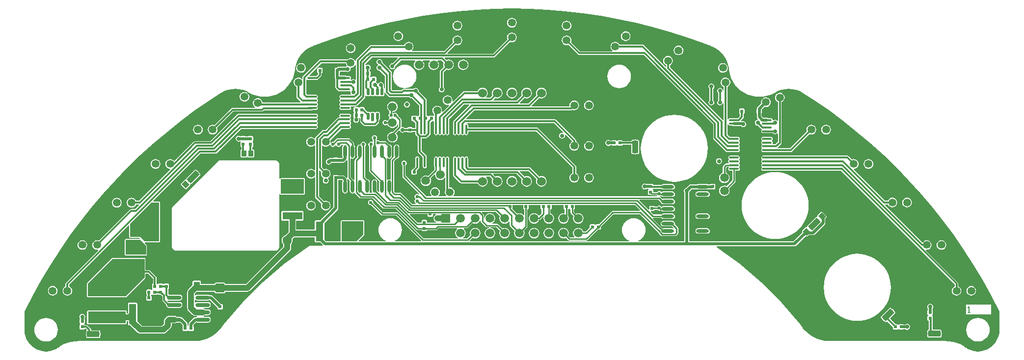
<source format=gtl>
G04 Layer_Physical_Order=1*
G04 Layer_Color=255*
%FSLAX44Y44*%
%MOMM*%
G71*
G01*
G75*
%ADD10R,0.6000X0.6000*%
%ADD11R,0.6000X0.6000*%
%ADD12O,1.7000X0.3500*%
%ADD13R,2.2000X5.5000*%
%ADD14O,2.1500X0.6000*%
%ADD15C,1.5000*%
%ADD16O,0.3500X1.7000*%
%ADD17R,5.5000X2.2000*%
G04:AMPARAMS|DCode=18|XSize=1.2mm|YSize=0.5mm|CornerRadius=0.125mm|HoleSize=0mm|Usage=FLASHONLY|Rotation=90.000|XOffset=0mm|YOffset=0mm|HoleType=Round|Shape=RoundedRectangle|*
%AMROUNDEDRECTD18*
21,1,1.2000,0.2500,0,0,90.0*
21,1,0.9500,0.5000,0,0,90.0*
1,1,0.2500,0.1250,0.4750*
1,1,0.2500,0.1250,-0.4750*
1,1,0.2500,-0.1250,-0.4750*
1,1,0.2500,-0.1250,0.4750*
%
%ADD18ROUNDEDRECTD18*%
%ADD19R,3.0000X2.3000*%
%ADD20R,1.3000X3.5000*%
%ADD21O,0.6000X2.1500*%
%ADD22R,3.5000X1.3000*%
%ADD23R,6.5000X2.0000*%
%ADD24O,2.5000X0.7000*%
%ADD25R,1.1000X1.6000*%
%ADD26R,1.0000X1.5000*%
%ADD27R,1.5000X1.0000*%
%ADD28C,0.5000*%
%ADD29C,0.3500*%
%ADD30C,0.2500*%
%ADD31C,0.3000*%
%ADD32C,1.0000*%
%ADD33C,0.1700*%
%ADD34R,0.8500X1.0000*%
G04:AMPARAMS|DCode=35|XSize=0.85mm|YSize=1mm|CornerRadius=0mm|HoleSize=0mm|Usage=FLASHONLY|Rotation=225.000|XOffset=0mm|YOffset=0mm|HoleType=Round|Shape=Rectangle|*
%AMROTATEDRECTD35*
4,1,4,-0.0530,0.6541,0.6541,-0.0530,0.0530,-0.6541,-0.6541,0.0530,-0.0530,0.6541,0.0*
%
%ADD35ROTATEDRECTD35*%

%ADD36R,1.0000X0.8500*%
%ADD37R,1.5000X1.5000*%
%ADD38C,1.6000*%
%ADD39R,1.5000X1.5000*%
%ADD40C,1.3500*%
%ADD41C,1.5240*%
%ADD42C,0.7000*%
%ADD43C,0.6000*%
G36*
X822876Y215500D02*
Y209500D01*
X823352Y208352D01*
X824500Y207876D01*
X824696D01*
Y198337D01*
X823426Y197906D01*
X822769Y198763D01*
X820889Y200205D01*
X818699Y201112D01*
X816350Y201422D01*
X814000Y201112D01*
X812266Y200394D01*
X804195Y208465D01*
X804624Y209500D01*
Y215500D01*
X804817Y215790D01*
X822683D01*
X822876Y215500D01*
D02*
G37*
G36*
X547500Y187500D02*
Y165000D01*
X535000Y152500D01*
X510000D01*
X510000Y187500D01*
X547500Y187500D01*
D02*
G37*
G36*
X524018Y257017D02*
X524011Y257006D01*
X523662Y255250D01*
Y239750D01*
X524011Y237994D01*
X525006Y236506D01*
X526494Y235511D01*
X528250Y235162D01*
X530006Y235511D01*
X531145Y236273D01*
X531848Y236358D01*
X532689Y236008D01*
X533017Y235517D01*
X540517Y228017D01*
X541427Y227410D01*
X542500Y227196D01*
X563182D01*
X580360Y210017D01*
X581270Y209410D01*
X582343Y209196D01*
X603025D01*
X639204Y173017D01*
X640113Y172410D01*
X641186Y172196D01*
X647876D01*
Y172000D01*
X648352Y170852D01*
X649500Y170376D01*
X655500D01*
X656648Y170852D01*
X657124Y172000D01*
Y172196D01*
X672500D01*
X673573Y172410D01*
X674483Y173017D01*
X676755Y175290D01*
X708757D01*
X709188Y174020D01*
X708331Y173363D01*
X706889Y171483D01*
X705982Y169293D01*
X705672Y166944D01*
X705982Y164594D01*
X706889Y162405D01*
X708331Y160525D01*
X710211Y159082D01*
X710232Y159074D01*
X709979Y157804D01*
X651161D01*
X606983Y201983D01*
X606073Y202590D01*
X605000Y202804D01*
X581161D01*
X564485Y219480D01*
X564588Y220000D01*
X564239Y221756D01*
X563244Y223244D01*
X561756Y224239D01*
X560000Y224588D01*
X558244Y224239D01*
X556756Y223244D01*
X555761Y221756D01*
X555412Y220000D01*
X555761Y218244D01*
X556756Y216756D01*
X558244Y215761D01*
X560000Y215412D01*
X560520Y215515D01*
X578017Y198017D01*
X578927Y197410D01*
X580000Y197196D01*
X603839D01*
X647436Y153598D01*
X646910Y152328D01*
X601470D01*
X601282Y153598D01*
X601435Y153645D01*
X604953Y155525D01*
X608037Y158056D01*
X610567Y161139D01*
X612448Y164657D01*
X613605Y168474D01*
X613997Y172444D01*
X613605Y176414D01*
X612448Y180231D01*
X610567Y183749D01*
X608037Y186832D01*
X604953Y189363D01*
X601435Y191243D01*
X597618Y192401D01*
X593648Y192792D01*
X589679Y192401D01*
X585862Y191243D01*
X582344Y189363D01*
X579260Y186832D01*
X576730Y183749D01*
X574849Y180231D01*
X573691Y176414D01*
X573301Y172444D01*
X573691Y168474D01*
X574849Y164657D01*
X576730Y161139D01*
X579260Y158056D01*
X582344Y155525D01*
X585862Y153645D01*
X586015Y153598D01*
X585826Y152328D01*
X538784D01*
X538298Y153502D01*
X548648Y163852D01*
X549123Y165000D01*
Y187500D01*
X548648Y188648D01*
X547500Y189123D01*
X524700Y189124D01*
X510000Y189124D01*
X508852Y188648D01*
X508376Y187500D01*
X508376Y152500D01*
X508262Y152328D01*
X483189D01*
X479924Y155594D01*
Y184156D01*
X502884Y207116D01*
X502884Y207116D01*
X503768Y208439D01*
X504078Y210000D01*
X504078Y210000D01*
Y258323D01*
X504148Y258352D01*
X504177Y258422D01*
X510811D01*
X511472Y257761D01*
Y257246D01*
X511311Y257006D01*
X510962Y255250D01*
Y239750D01*
X511311Y237994D01*
X512306Y236506D01*
X513794Y235511D01*
X515550Y235162D01*
X517306Y235511D01*
X518794Y236506D01*
X519789Y237994D01*
X520138Y239750D01*
Y255250D01*
X519789Y257006D01*
X519628Y257246D01*
Y259450D01*
X519628Y259450D01*
X519572Y259734D01*
X520759Y260276D01*
X524018Y257017D01*
D02*
G37*
G36*
X834314Y554191D02*
X864947Y552686D01*
X895515Y550179D01*
X925984Y546674D01*
X956322Y542174D01*
X986497Y536683D01*
X1016475Y530209D01*
X1046226Y522756D01*
X1075717Y514335D01*
X1104917Y504953D01*
X1133794Y494620D01*
X1147035Y489388D01*
X1148216Y488921D01*
X1149417Y488504D01*
X1154502Y485996D01*
X1159638Y482565D01*
X1164282Y478492D01*
X1168355Y473847D01*
X1171787Y468711D01*
X1174519Y463171D01*
X1176505Y457322D01*
X1177710Y451263D01*
X1177808Y449763D01*
X1177808D01*
X1177883Y449699D01*
X1177989Y448090D01*
X1179338Y441308D01*
X1181560Y434760D01*
X1184619Y428559D01*
X1188460Y422809D01*
X1193020Y417610D01*
X1198219Y413051D01*
X1203968Y409209D01*
X1210170Y406151D01*
X1216718Y403928D01*
X1223500Y402579D01*
X1230399Y402127D01*
X1237300Y402579D01*
X1244081Y403928D01*
X1250629Y406151D01*
X1255958Y408778D01*
X1256831Y409209D01*
X1257080Y409375D01*
X1258177Y410013D01*
X1262816Y412301D01*
X1268665Y414286D01*
X1274724Y415491D01*
X1280888Y415895D01*
X1287052Y415491D01*
X1293110Y414286D01*
X1298960Y412301D01*
X1304500Y409569D01*
X1306163Y408457D01*
X1306163Y408457D01*
X1306175Y408460D01*
X1324356Y396738D01*
X1349575Y379283D01*
X1374209Y361013D01*
X1398233Y341947D01*
X1421619Y322105D01*
X1444344Y301508D01*
X1466383Y280179D01*
X1487712Y258140D01*
X1508309Y235415D01*
X1528151Y212028D01*
X1547218Y188005D01*
X1565488Y163370D01*
X1582942Y138151D01*
X1599562Y112375D01*
X1615329Y86068D01*
X1630228Y59260D01*
X1644241Y31978D01*
X1644600Y31219D01*
Y1263D01*
X1644600Y1251D01*
X1644600Y0D01*
X1644544Y-1247D01*
X1644182Y-5842D01*
X1642814Y-11540D01*
X1640572Y-16954D01*
X1637510Y-21951D01*
X1633704Y-26407D01*
X1629248Y-30213D01*
X1624251Y-33275D01*
X1618837Y-35517D01*
X1613139Y-36885D01*
X1607297Y-37345D01*
X1601455Y-36885D01*
X1595757Y-35517D01*
X1590343Y-33275D01*
X1585915Y-30562D01*
X1585915Y-30562D01*
X1585915Y-30562D01*
X1585836Y-30575D01*
X1583347Y-28810D01*
X1577179Y-25401D01*
X1570667Y-22703D01*
X1563895Y-20752D01*
X1556947Y-19572D01*
X1549910Y-19176D01*
Y-19222D01*
X1350690D01*
X1350502Y-19259D01*
X1343217Y-18781D01*
X1335873Y-17320D01*
X1328783Y-14913D01*
X1322067Y-11602D01*
X1315841Y-7441D01*
X1310211Y-2504D01*
X1306127Y2153D01*
X1305315Y3094D01*
X1305103Y3389D01*
X1305078Y3406D01*
X1304553Y4100D01*
X1300654Y9251D01*
X1284888Y28461D01*
X1268381Y47038D01*
X1251156Y64952D01*
X1233242Y82176D01*
X1214666Y98684D01*
X1195456Y114449D01*
X1175641Y129448D01*
X1156338Y142902D01*
X1156737Y144172D01*
X1290910D01*
X1290910Y144172D01*
X1292471Y144482D01*
X1293794Y145366D01*
X1310584Y162156D01*
X1311236Y161505D01*
X1312384Y161029D01*
X1313532Y161505D01*
X1315440Y163413D01*
X1322879D01*
X1322879Y163413D01*
X1324440Y163724D01*
X1325763Y164608D01*
X1334602Y173447D01*
X1334602Y173447D01*
X1342956Y181800D01*
X1343840Y183123D01*
X1344150Y184684D01*
X1344150Y184684D01*
Y192123D01*
X1346059Y194032D01*
X1346534Y195180D01*
X1346059Y196328D01*
X1338988Y203399D01*
X1337840Y203874D01*
X1336692Y203399D01*
X1330681Y197388D01*
X1330206Y196240D01*
X1330370Y195843D01*
X1329398Y194871D01*
X1329001Y195035D01*
X1327853Y194560D01*
X1321842Y188549D01*
X1321775Y188387D01*
X1319177Y185789D01*
X1319014Y185721D01*
X1313004Y179711D01*
X1312528Y178563D01*
X1312693Y178165D01*
X1311721Y177193D01*
X1311323Y177358D01*
X1310175Y176882D01*
X1304165Y170872D01*
X1303689Y169724D01*
X1304165Y168576D01*
X1304816Y167924D01*
X1289221Y152328D01*
X1109078D01*
Y237104D01*
X1109710Y238049D01*
X1109932Y239164D01*
X1113639Y242872D01*
X1122754D01*
X1122994Y242711D01*
X1124750Y242362D01*
X1140250D01*
X1142006Y242711D01*
X1142246Y242872D01*
X1149450D01*
X1149474Y242876D01*
X1153000D01*
X1154148Y243352D01*
X1154624Y244500D01*
Y250500D01*
X1154148Y251648D01*
X1153000Y252124D01*
X1147000D01*
X1145852Y251648D01*
X1145595Y251028D01*
X1142246D01*
X1142006Y251189D01*
X1140250Y251538D01*
X1124750D01*
X1122994Y251189D01*
X1122754Y251028D01*
X1111950D01*
X1111950Y251028D01*
X1110389Y250718D01*
X1109066Y249834D01*
X1104164Y244932D01*
X1103049Y244710D01*
X1101395Y243605D01*
X1100290Y241951D01*
X1099902Y240000D01*
X1100290Y238049D01*
X1100922Y237104D01*
Y152328D01*
X1021470D01*
X1021282Y153598D01*
X1021435Y153645D01*
X1024953Y155525D01*
X1028037Y158056D01*
X1030567Y161139D01*
X1032448Y164657D01*
X1033605Y168474D01*
X1033996Y172444D01*
X1033605Y176414D01*
X1032448Y180231D01*
X1030567Y183749D01*
X1028037Y186832D01*
X1024953Y189363D01*
X1021435Y191243D01*
X1017618Y192401D01*
X1013649Y192792D01*
X1009679Y192401D01*
X1005862Y191243D01*
X1002344Y189363D01*
X999260Y186832D01*
X996730Y183749D01*
X994849Y180231D01*
X993691Y176414D01*
X993300Y172444D01*
X993691Y168474D01*
X994849Y164657D01*
X996730Y161139D01*
X999260Y158056D01*
X1002344Y155525D01*
X1005862Y153645D01*
X1006015Y153598D01*
X1005827Y152328D01*
X730590D01*
X730064Y153598D01*
X735575Y159110D01*
X735611Y159082D01*
X737801Y158176D01*
X740150Y157866D01*
X742499Y158176D01*
X744689Y159082D01*
X746569Y160525D01*
X748011Y162405D01*
X748918Y164594D01*
X749228Y166944D01*
X748918Y169293D01*
X748011Y171483D01*
X746569Y173363D01*
X744689Y174805D01*
X742499Y175712D01*
X740150Y176021D01*
X737801Y175712D01*
X735611Y174805D01*
X733731Y173363D01*
X732289Y171483D01*
X731382Y169293D01*
X731072Y166944D01*
X731382Y164594D01*
X731893Y163359D01*
X726339Y157804D01*
X719521D01*
X719268Y159074D01*
X719289Y159082D01*
X721169Y160525D01*
X722611Y162405D01*
X723518Y164594D01*
X723828Y166944D01*
X723518Y169293D01*
X722611Y171483D01*
X721169Y173363D01*
X720312Y174020D01*
X720743Y175290D01*
X725900D01*
X726973Y175504D01*
X727883Y176111D01*
X736066Y184294D01*
X737801Y183576D01*
X740150Y183266D01*
X742499Y183576D01*
X744689Y184482D01*
X746569Y185925D01*
X748011Y187805D01*
X748426Y188806D01*
X749696Y188554D01*
Y187500D01*
X749910Y186427D01*
X750517Y185517D01*
X758017Y178017D01*
X758927Y177410D01*
X760000Y177196D01*
X764742D01*
X764825Y175926D01*
X763201Y175712D01*
X761011Y174805D01*
X759131Y173363D01*
X757689Y171483D01*
X756782Y169293D01*
X756472Y166944D01*
X756782Y164594D01*
X757689Y162405D01*
X759131Y160525D01*
X761011Y159082D01*
X763201Y158176D01*
X765550Y157866D01*
X767899Y158176D01*
X770089Y159082D01*
X771969Y160525D01*
X773411Y162405D01*
X774318Y164594D01*
X774628Y166944D01*
X774318Y169293D01*
X773411Y171483D01*
X771969Y173363D01*
X770089Y174805D01*
X767899Y175712D01*
X766275Y175926D01*
X766358Y177196D01*
X776732D01*
X782900Y171028D01*
X782182Y169293D01*
X781872Y166944D01*
X782182Y164594D01*
X783089Y162405D01*
X784531Y160525D01*
X786411Y159082D01*
X788600Y158176D01*
X790950Y157866D01*
X793299Y158176D01*
X795489Y159082D01*
X797369Y160525D01*
X798811Y162405D01*
X799718Y164594D01*
X800028Y166944D01*
X799718Y169293D01*
X798811Y171483D01*
X797369Y173363D01*
X795489Y174805D01*
X793299Y175712D01*
X790950Y176021D01*
X788600Y175712D01*
X786866Y174994D01*
X779876Y181983D01*
X778967Y182590D01*
X777894Y182804D01*
X769355D01*
X769102Y184074D01*
X770089Y184482D01*
X771969Y185925D01*
X773411Y187805D01*
X774318Y189994D01*
X774628Y192344D01*
X774318Y194693D01*
X773411Y196883D01*
X771969Y198763D01*
X770089Y200205D01*
X767899Y201112D01*
X765550Y201422D01*
X763201Y201112D01*
X761011Y200205D01*
X759131Y198763D01*
X757689Y196883D01*
X756782Y194693D01*
X756574Y193115D01*
X755304Y193198D01*
Y197500D01*
X755090Y198573D01*
X754483Y199483D01*
X751348Y202617D01*
X751834Y203790D01*
X775539D01*
X782900Y196428D01*
X782182Y194693D01*
X781872Y192344D01*
X782182Y189994D01*
X783089Y187805D01*
X784531Y185925D01*
X786411Y184482D01*
X788600Y183576D01*
X790950Y183266D01*
X793299Y183576D01*
X795489Y184482D01*
X797369Y185925D01*
X798426Y187303D01*
X799696Y186872D01*
Y180794D01*
X799910Y179721D01*
X800517Y178811D01*
X808300Y171028D01*
X807582Y169293D01*
X807272Y166944D01*
X807582Y164594D01*
X808489Y162405D01*
X809931Y160525D01*
X811811Y159082D01*
X814000Y158176D01*
X816350Y157866D01*
X818699Y158176D01*
X820889Y159082D01*
X822769Y160525D01*
X824212Y162405D01*
X825118Y164594D01*
X825428Y166944D01*
X825118Y169293D01*
X824400Y171028D01*
X829483Y176111D01*
X830090Y177021D01*
X830304Y178094D01*
Y207876D01*
X830500D01*
X831648Y208352D01*
X832124Y209500D01*
Y215500D01*
X832317Y215790D01*
X852683D01*
X852876Y215500D01*
Y209500D01*
X853352Y208352D01*
X854500Y207876D01*
X854696D01*
Y201161D01*
X850740Y197205D01*
X849182Y197443D01*
X848169Y198763D01*
X846289Y200205D01*
X844100Y201112D01*
X841750Y201422D01*
X839400Y201112D01*
X837211Y200205D01*
X835331Y198763D01*
X833889Y196883D01*
X832982Y194693D01*
X832672Y192344D01*
X832982Y189994D01*
X833889Y187805D01*
X835331Y185925D01*
X837211Y184482D01*
X839400Y183576D01*
X841750Y183266D01*
X844100Y183576D01*
X846289Y184482D01*
X848169Y185925D01*
X849612Y187805D01*
X850374Y189645D01*
X850917Y189753D01*
X851826Y190361D01*
X857607Y196142D01*
X858684Y195422D01*
X858382Y194693D01*
X858072Y192344D01*
X858382Y189994D01*
X859289Y187805D01*
X860731Y185925D01*
X862611Y184482D01*
X864800Y183576D01*
X867150Y183266D01*
X869500Y183576D01*
X871689Y184482D01*
X873569Y185925D01*
X875012Y187805D01*
X875918Y189994D01*
X876228Y192344D01*
X875918Y194693D01*
X875012Y196883D01*
X873569Y198763D01*
X871689Y200205D01*
X869954Y200924D01*
Y207876D01*
X870500D01*
X871648Y208352D01*
X872124Y209500D01*
Y215500D01*
X872317Y215790D01*
X892683D01*
X892876Y215500D01*
Y209500D01*
X893352Y208352D01*
X894500Y207876D01*
X894696D01*
Y202102D01*
X893741Y201265D01*
X892550Y201422D01*
X890201Y201112D01*
X888011Y200205D01*
X886131Y198763D01*
X884689Y196883D01*
X883782Y194693D01*
X883472Y192344D01*
X883782Y189994D01*
X884689Y187805D01*
X886131Y185925D01*
X888011Y184482D01*
X890201Y183576D01*
X892550Y183266D01*
X894900Y183576D01*
X897089Y184482D01*
X898969Y185925D01*
X900412Y187805D01*
X901318Y189994D01*
X901628Y192344D01*
X901318Y194693D01*
X900412Y196883D01*
X900261Y197079D01*
X900304Y197294D01*
Y207876D01*
X900500D01*
X901648Y208352D01*
X901813Y208749D01*
X903187D01*
X903352Y208352D01*
X904500Y207876D01*
X904696D01*
Y202794D01*
X904910Y201721D01*
X905517Y200811D01*
X909900Y196428D01*
X909182Y194693D01*
X908872Y192344D01*
X909182Y189994D01*
X910089Y187805D01*
X911531Y185925D01*
X913411Y184482D01*
X915601Y183576D01*
X917950Y183266D01*
X920300Y183576D01*
X922489Y184482D01*
X924369Y185925D01*
X925811Y187805D01*
X926718Y189994D01*
X927028Y192344D01*
X926718Y194693D01*
X925811Y196883D01*
X924369Y198763D01*
X922489Y200205D01*
X920300Y201112D01*
X917950Y201422D01*
X915601Y201112D01*
X913866Y200394D01*
X910304Y203955D01*
Y207876D01*
X910500D01*
X911648Y208352D01*
X912124Y209500D01*
Y215500D01*
X912317Y215790D01*
X1015245D01*
X1024461Y206574D01*
X1023935Y205304D01*
X977500D01*
X976427Y205090D01*
X975517Y204483D01*
X953158Y182124D01*
X949500D01*
X948352Y181648D01*
X948187Y181251D01*
X946813D01*
X946648Y181648D01*
X945500Y182124D01*
X939500D01*
X938352Y181648D01*
X937876Y180500D01*
Y176842D01*
X930782Y169748D01*
X926530D01*
X925811Y171483D01*
X924369Y173363D01*
X922489Y174805D01*
X920300Y175712D01*
X917950Y176021D01*
X915601Y175712D01*
X913411Y174805D01*
X911531Y173363D01*
X910089Y171483D01*
X909182Y169293D01*
X908872Y166944D01*
X909182Y164594D01*
X910089Y162405D01*
X911345Y160768D01*
X910964Y159498D01*
X903961D01*
X900600Y162859D01*
X901318Y164594D01*
X901628Y166944D01*
X901318Y169293D01*
X900412Y171483D01*
X898969Y173363D01*
X897089Y174805D01*
X894900Y175712D01*
X892550Y176021D01*
X890201Y175712D01*
X888011Y174805D01*
X886131Y173363D01*
X884689Y171483D01*
X883782Y169293D01*
X883472Y166944D01*
X883782Y164594D01*
X884689Y162405D01*
X886131Y160525D01*
X888011Y159082D01*
X890201Y158176D01*
X892550Y157866D01*
X894900Y158176D01*
X896634Y158894D01*
X900817Y154711D01*
X901727Y154103D01*
X902800Y153890D01*
X931694D01*
X932767Y154103D01*
X933677Y154711D01*
X951842Y172876D01*
X955500D01*
X956648Y173352D01*
X957124Y174500D01*
Y178158D01*
X978661Y199696D01*
X1023839D01*
X1056752Y166783D01*
X1057017Y166386D01*
X1060386Y163017D01*
X1061295Y162410D01*
X1062368Y162196D01*
X1085000D01*
X1086073Y162410D01*
X1086983Y163017D01*
X1089483Y165517D01*
X1090090Y166427D01*
X1090304Y167500D01*
Y175000D01*
X1090090Y176073D01*
X1089483Y176983D01*
X1084536Y181929D01*
X1084838Y183450D01*
X1084489Y185206D01*
X1083494Y186694D01*
X1082006Y187689D01*
X1080250Y188038D01*
X1064750D01*
X1062994Y187689D01*
X1061506Y186694D01*
X1060511Y185206D01*
X1060162Y183450D01*
X1060511Y181694D01*
X1061506Y180206D01*
X1062994Y179211D01*
X1064750Y178862D01*
X1079673D01*
X1082394Y176140D01*
X1081686Y175053D01*
X1080250Y175338D01*
X1064750D01*
X1063813Y175152D01*
X1046889Y192076D01*
X1047415Y193346D01*
X1061211D01*
X1061506Y192906D01*
X1062994Y191911D01*
X1064750Y191562D01*
X1080250D01*
X1082006Y191911D01*
X1083494Y192906D01*
X1084489Y194394D01*
X1084838Y196150D01*
X1084489Y197906D01*
X1083494Y199394D01*
X1082006Y200389D01*
X1080250Y200738D01*
X1064750D01*
X1062994Y200389D01*
X1061506Y199394D01*
X1061211Y198954D01*
X1047511D01*
X1042881Y203585D01*
X1043407Y204855D01*
X1048000D01*
X1049148Y205330D01*
X1049624Y206478D01*
Y207196D01*
X1053961D01*
X1054256Y206756D01*
X1055744Y205761D01*
X1057500Y205412D01*
X1059256Y205761D01*
X1059682Y206046D01*
X1061211D01*
X1061506Y205606D01*
X1062994Y204611D01*
X1064750Y204262D01*
X1080250D01*
X1082006Y204611D01*
X1083494Y205606D01*
X1084489Y207094D01*
X1084838Y208850D01*
X1084489Y210606D01*
X1083494Y212094D01*
X1082006Y213089D01*
X1080250Y213438D01*
X1064750D01*
X1062994Y213089D01*
X1061511Y212098D01*
X1060744Y213244D01*
X1059256Y214239D01*
X1057500Y214588D01*
X1055744Y214239D01*
X1054256Y213244D01*
X1053961Y212804D01*
X1049489D01*
X1049148Y213626D01*
X1048000Y214102D01*
X1042000D01*
X1040852Y213626D01*
X1040376Y212478D01*
Y207885D01*
X1039106Y207359D01*
X1023039Y223426D01*
X1023565Y224696D01*
X1056339D01*
X1060330Y220705D01*
X1060511Y219794D01*
X1061506Y218306D01*
X1062994Y217311D01*
X1064750Y216962D01*
X1080250D01*
X1082006Y217311D01*
X1083494Y218306D01*
X1084489Y219794D01*
X1084838Y221550D01*
X1084489Y223306D01*
X1083494Y224794D01*
X1082006Y225789D01*
X1080250Y226138D01*
X1064750D01*
X1063146Y225819D01*
X1059483Y229483D01*
X1059449Y229505D01*
X1059388Y229906D01*
X1059556Y230961D01*
X1060281Y231446D01*
X1061211D01*
X1061506Y231006D01*
X1062994Y230011D01*
X1064750Y229662D01*
X1080250D01*
X1082006Y230011D01*
X1083494Y231006D01*
X1084489Y232494D01*
X1084838Y234250D01*
X1084489Y236006D01*
X1083494Y237494D01*
X1082006Y238489D01*
X1080250Y238838D01*
X1064750D01*
X1062994Y238489D01*
X1062382Y238080D01*
X1060744Y238244D01*
X1059256Y239239D01*
X1057500Y239588D01*
X1055744Y239239D01*
X1054256Y238244D01*
X1053961Y237804D01*
X1047124D01*
Y240500D01*
X1046648Y241648D01*
X1046667Y242986D01*
X1047335Y243636D01*
X1061609D01*
X1062994Y242711D01*
X1064750Y242362D01*
X1080250D01*
X1082006Y242711D01*
X1083494Y243706D01*
X1084489Y245194D01*
X1084838Y246950D01*
X1084489Y248706D01*
X1083494Y250194D01*
X1082006Y251189D01*
X1080250Y251538D01*
X1064750D01*
X1062994Y251189D01*
X1061609Y250264D01*
X1047124D01*
Y250500D01*
X1046648Y251648D01*
X1045500Y252124D01*
X1039500D01*
X1038352Y251648D01*
X1038323Y251578D01*
X1035396D01*
X1034451Y252210D01*
X1032500Y252598D01*
X1030549Y252210D01*
X1028895Y251105D01*
X1027790Y249451D01*
X1027402Y247500D01*
X1027790Y245549D01*
X1028895Y243895D01*
X1030549Y242790D01*
X1032500Y242402D01*
X1034451Y242790D01*
X1035396Y243422D01*
X1038323D01*
X1038352Y243352D01*
X1038749Y243187D01*
Y241813D01*
X1038352Y241648D01*
X1037876Y240500D01*
Y234500D01*
X1038352Y233352D01*
X1039500Y232876D01*
X1043228D01*
X1043927Y232410D01*
X1045000Y232196D01*
X1053521D01*
X1054012Y231574D01*
X1053407Y230304D01*
X702571D01*
X702304Y231089D01*
X702243Y231574D01*
X703555Y233283D01*
X704386Y235290D01*
X704670Y237444D01*
X704386Y239598D01*
X703555Y241604D01*
X702232Y243328D01*
X700509Y244650D01*
X698502Y245482D01*
X696348Y245765D01*
X695564Y246453D01*
Y289000D01*
Y295750D01*
X695311Y297018D01*
X694593Y298093D01*
X693518Y298811D01*
X692250Y299064D01*
X690982Y298811D01*
X689907Y298093D01*
X689764Y297879D01*
X688236D01*
X688093Y298093D01*
X687018Y298811D01*
X685750Y299064D01*
X684482Y298811D01*
X683407Y298093D01*
X683264Y297879D01*
X681736D01*
X681593Y298093D01*
X680518Y298811D01*
X679250Y299064D01*
X677982Y298811D01*
X676907Y298093D01*
X676764Y297879D01*
X675236D01*
X675093Y298093D01*
X674018Y298811D01*
X672750Y299064D01*
X671482Y298811D01*
X670407Y298093D01*
X669689Y297018D01*
X669436Y295750D01*
Y282250D01*
X669689Y280982D01*
X669946Y280597D01*
Y276411D01*
X659084Y265550D01*
X657349Y266268D01*
X655000Y266578D01*
X652651Y266268D01*
X650461Y265361D01*
X648581Y263919D01*
X647139Y262039D01*
X646232Y259849D01*
X645922Y257500D01*
X646232Y255151D01*
X647139Y252961D01*
X648581Y251081D01*
X650461Y249639D01*
X652651Y248732D01*
X655000Y248422D01*
X657349Y248732D01*
X659539Y249639D01*
X661419Y251081D01*
X662861Y252961D01*
X663768Y255151D01*
X664078Y257500D01*
X663768Y259849D01*
X663050Y261584D01*
X669822Y268357D01*
X670961Y267795D01*
X670922Y267500D01*
X671232Y265151D01*
X672139Y262961D01*
X673581Y261081D01*
X675461Y259639D01*
X677651Y258732D01*
X680000Y258422D01*
X682349Y258732D01*
X684539Y259639D01*
X686419Y261081D01*
X687666Y262707D01*
X688748Y262479D01*
X688936Y262377D01*
Y241542D01*
X688995Y241249D01*
X688311Y239598D01*
X688027Y237444D01*
X688311Y235290D01*
X689142Y233283D01*
X690454Y231574D01*
X690393Y231089D01*
X690126Y230304D01*
X677171D01*
X676904Y231089D01*
X676843Y231574D01*
X678155Y233283D01*
X678986Y235290D01*
X679270Y237444D01*
X678986Y239598D01*
X678155Y241604D01*
X676832Y243328D01*
X675109Y244650D01*
X673102Y245482D01*
X670948Y245765D01*
X668795Y245482D01*
X666788Y244650D01*
X665064Y243328D01*
X663742Y241604D01*
X662911Y239598D01*
X662627Y237444D01*
X662911Y235290D01*
X663742Y233283D01*
X665054Y231574D01*
X664993Y231089D01*
X664726Y230304D01*
X656161D01*
X620304Y266161D01*
Y283961D01*
X620744Y284256D01*
X621739Y285744D01*
X622088Y287500D01*
X621739Y289256D01*
X620744Y290744D01*
X619256Y291739D01*
X617500Y292088D01*
X615744Y291739D01*
X614256Y290744D01*
X613261Y289256D01*
X612912Y287500D01*
X613261Y285744D01*
X614256Y284256D01*
X614696Y283961D01*
Y265000D01*
X614910Y263927D01*
X615517Y263017D01*
X643686Y234849D01*
X643218Y233520D01*
X642885Y233484D01*
X641756Y234239D01*
X640000Y234588D01*
X638244Y234239D01*
X636756Y233244D01*
X635761Y231756D01*
X635412Y230000D01*
X635761Y228244D01*
X636756Y226756D01*
Y225744D01*
X635761Y224256D01*
X635412Y222500D01*
X635761Y220744D01*
X636756Y219256D01*
X637636Y218668D01*
X637250Y217398D01*
X631567D01*
X612983Y235983D01*
X612073Y236590D01*
X611000Y236804D01*
X602161D01*
X600304Y238661D01*
Y291339D01*
X604181Y295215D01*
X604450Y295162D01*
X606206Y295511D01*
X607694Y296506D01*
X608689Y297994D01*
X609038Y299750D01*
Y315250D01*
X608689Y317006D01*
X607694Y318494D01*
X606206Y319489D01*
X604450Y319838D01*
X602694Y319489D01*
X601206Y318494D01*
X600211Y317006D01*
X599862Y315250D01*
Y299750D01*
X600015Y298980D01*
X595517Y294483D01*
X594910Y293573D01*
X594696Y292500D01*
Y260041D01*
X593699Y259508D01*
X593426Y259505D01*
X591750Y259838D01*
X589994Y259489D01*
X589074Y258874D01*
X587804Y259553D01*
Y295000D01*
X587678Y295632D01*
X588844Y296280D01*
X589994Y295511D01*
X591750Y295162D01*
X593506Y295511D01*
X594994Y296506D01*
X595989Y297994D01*
X596338Y299750D01*
Y315250D01*
X595989Y317006D01*
X594994Y318494D01*
X593506Y319489D01*
X591750Y319838D01*
X591647Y319818D01*
X586983Y324483D01*
X586073Y325090D01*
X585000Y325304D01*
X576039D01*
X575744Y325744D01*
X574256Y326739D01*
X572500Y327088D01*
X570851Y326760D01*
X570293Y327156D01*
X569784Y327625D01*
X569751Y328324D01*
X570589Y329577D01*
X570938Y331333D01*
X570589Y333089D01*
X569594Y334577D01*
X568106Y335572D01*
X566350Y335921D01*
X564594Y335572D01*
X563106Y334577D01*
X562111Y333089D01*
X561762Y331333D01*
X562111Y329577D01*
X563106Y328089D01*
X563546Y327794D01*
Y324724D01*
X562426Y324125D01*
X562256Y324239D01*
X560500Y324588D01*
X558744Y324239D01*
X557256Y323244D01*
X556261Y321756D01*
X555912Y320000D01*
X556261Y318244D01*
X557196Y316845D01*
Y275000D01*
X557410Y273927D01*
X558017Y273017D01*
X574681Y256353D01*
X574462Y255250D01*
Y239750D01*
X574698Y238563D01*
X573527Y237938D01*
X570938Y240527D01*
Y255250D01*
X570589Y257006D01*
X569594Y258494D01*
X568106Y259489D01*
X566350Y259838D01*
X564594Y259489D01*
X563106Y258494D01*
X562111Y257006D01*
X561762Y255250D01*
Y239750D01*
X562095Y238074D01*
X562092Y237801D01*
X561559Y236804D01*
X558441D01*
X557908Y237801D01*
X557905Y238074D01*
X558238Y239750D01*
Y255250D01*
X557889Y257006D01*
X556894Y258494D01*
X555406Y259489D01*
X554245Y259720D01*
X550304Y263661D01*
Y316461D01*
X550744Y316756D01*
X551739Y318244D01*
X552088Y320000D01*
X551739Y321756D01*
X550744Y323244D01*
X549256Y324239D01*
X547500Y324588D01*
X545744Y324239D01*
X544256Y323244D01*
X543261Y321756D01*
X543035Y320620D01*
X542850Y319985D01*
X541678Y319693D01*
X540950Y319838D01*
X539194Y319489D01*
X537706Y318494D01*
X536711Y317006D01*
X536362Y315250D01*
Y299750D01*
X536681Y298146D01*
X533017Y294483D01*
X532410Y293573D01*
X532196Y292500D01*
Y259553D01*
X530926Y258874D01*
X530006Y259489D01*
X529345Y259620D01*
X525304Y263661D01*
Y294959D01*
X526301Y295492D01*
X526574Y295495D01*
X528250Y295162D01*
X530006Y295511D01*
X531494Y296506D01*
X532489Y297994D01*
X532838Y299750D01*
Y315250D01*
X532489Y317006D01*
X531494Y318494D01*
X531054Y318789D01*
Y321750D01*
X530840Y322823D01*
X530233Y323733D01*
X524233Y329733D01*
X523323Y330340D01*
X522250Y330554D01*
X502750D01*
X501677Y330340D01*
X500767Y329733D01*
X495520Y324485D01*
X495000Y324588D01*
X493244Y324239D01*
X491870Y323321D01*
X491398Y323459D01*
X490665Y323898D01*
X490742Y324481D01*
X490458Y326634D01*
X490108Y327481D01*
X509563Y346936D01*
X522750D01*
X524018Y347189D01*
X525093Y347907D01*
X525811Y348982D01*
X526064Y350250D01*
X525811Y351518D01*
X525093Y352593D01*
X524879Y352736D01*
Y354264D01*
X525093Y354407D01*
X525811Y355482D01*
X526064Y356750D01*
X525811Y358018D01*
X525093Y359093D01*
X524879Y359236D01*
Y360764D01*
X525093Y360907D01*
X525811Y361982D01*
X526064Y363250D01*
X525811Y364518D01*
X525093Y365593D01*
X524879Y365736D01*
Y367264D01*
X525093Y367407D01*
X525811Y368482D01*
X526064Y369750D01*
X525811Y371018D01*
X525093Y372093D01*
X524018Y372811D01*
X522750Y373064D01*
X509250D01*
X507982Y372811D01*
X506907Y372093D01*
X506189Y371018D01*
X505936Y369750D01*
X506189Y368482D01*
X506622Y367834D01*
X506057Y366564D01*
X505000D01*
X503732Y366311D01*
X502657Y365593D01*
X481878Y344814D01*
X478227D01*
X476959Y344561D01*
X475884Y343843D01*
X465078Y333037D01*
X464359Y331962D01*
X464137Y330845D01*
X463561Y330537D01*
X462837Y330416D01*
X461181Y331687D01*
X459174Y332518D01*
X457021Y332802D01*
X454867Y332518D01*
X452860Y331687D01*
X451137Y330365D01*
X449814Y328641D01*
X448983Y326634D01*
X448699Y324481D01*
X448983Y322327D01*
X449814Y320320D01*
X451137Y318597D01*
X452860Y317274D01*
X454867Y316443D01*
X457021Y316159D01*
X459174Y316443D01*
X461181Y317274D01*
X462837Y318545D01*
X463271Y318472D01*
X464107Y318188D01*
Y275773D01*
X463271Y275489D01*
X462837Y275417D01*
X461181Y276687D01*
X459174Y277518D01*
X457021Y277802D01*
X454867Y277518D01*
X452860Y276687D01*
X451137Y275365D01*
X449814Y273641D01*
X448983Y271634D01*
X448699Y269481D01*
X448983Y267327D01*
X449814Y265320D01*
X451137Y263597D01*
X452860Y262274D01*
X454867Y261443D01*
X457021Y261159D01*
X459174Y261443D01*
X461181Y262274D01*
X462837Y263545D01*
X463271Y263472D01*
X464107Y263189D01*
Y229481D01*
X464359Y228213D01*
X465078Y227138D01*
X474734Y217481D01*
X474383Y216634D01*
X474100Y214481D01*
X474383Y212327D01*
X475214Y210320D01*
X476537Y208597D01*
X478260Y207274D01*
X480267Y206443D01*
X482421Y206159D01*
X484574Y206443D01*
X486581Y207274D01*
X488305Y208597D01*
X489627Y210320D01*
X490458Y212327D01*
X490742Y214481D01*
X490458Y216634D01*
X489627Y218641D01*
X488305Y220365D01*
X486581Y221687D01*
X484574Y222518D01*
X482421Y222802D01*
X480267Y222518D01*
X479420Y222167D01*
X470734Y230853D01*
Y274821D01*
X471908Y275308D01*
X474734Y272481D01*
X474383Y271634D01*
X474100Y269481D01*
X474383Y267327D01*
X475214Y265320D01*
X476537Y263597D01*
X478260Y262274D01*
X478429Y262204D01*
X478650Y260738D01*
X477790Y259451D01*
X477402Y257500D01*
X477790Y255549D01*
X478895Y253895D01*
X480549Y252790D01*
X482500Y252402D01*
X484451Y252790D01*
X486105Y253895D01*
X487210Y255549D01*
X487598Y257500D01*
X487210Y259451D01*
X486315Y260790D01*
X486510Y262245D01*
X486581Y262274D01*
X488305Y263597D01*
X489627Y265320D01*
X490458Y267327D01*
X490742Y269481D01*
X490458Y271634D01*
X489627Y273641D01*
X488305Y275365D01*
X486581Y276687D01*
X484574Y277518D01*
X482421Y277802D01*
X480267Y277518D01*
X479420Y277167D01*
X475734Y280853D01*
Y317640D01*
X477004Y318238D01*
X478260Y317274D01*
X480267Y316443D01*
X482421Y316159D01*
X484574Y316443D01*
X486581Y317274D01*
X488305Y318597D01*
X489171Y319726D01*
X490529Y319410D01*
X490761Y318244D01*
X491756Y316756D01*
X493244Y315761D01*
X495000Y315412D01*
X496756Y315761D01*
X498244Y316756D01*
X499239Y318244D01*
X499353Y318816D01*
X500647D01*
X500761Y318244D01*
X501756Y316756D01*
X503244Y315761D01*
X505000Y315412D01*
X506756Y315761D01*
X508244Y316756D01*
X509239Y318244D01*
X509528Y319696D01*
X511818D01*
X512181Y318802D01*
X512260Y318426D01*
X511311Y317006D01*
X510962Y315250D01*
Y299750D01*
X511311Y297994D01*
X511472Y297754D01*
Y297239D01*
X510811Y296578D01*
X504177D01*
X504148Y296648D01*
X503000Y297124D01*
X497000D01*
X495852Y296648D01*
X495823Y296578D01*
X490000D01*
X490000Y296578D01*
X488439Y296268D01*
X487116Y295384D01*
X486664Y294932D01*
X485549Y294710D01*
X483895Y293605D01*
X482790Y291951D01*
X482402Y290000D01*
X482790Y288049D01*
X483895Y286395D01*
X485549Y285290D01*
X487500Y284902D01*
X489451Y285290D01*
X491105Y286395D01*
X492210Y288049D01*
X492284Y288422D01*
X495823D01*
X495852Y288352D01*
X497000Y287876D01*
X503000D01*
X504148Y288352D01*
X504177Y288422D01*
X512500D01*
X512500Y288422D01*
X514061Y288732D01*
X515384Y289616D01*
X518426Y292658D01*
X518459Y292658D01*
X519696Y292269D01*
Y262731D01*
X519139Y262408D01*
X518459Y262296D01*
X518434Y262334D01*
X515384Y265384D01*
X514061Y266268D01*
X512500Y266578D01*
X512500Y266578D01*
X504177D01*
X504148Y266648D01*
X503000Y267124D01*
X497000D01*
X495852Y266648D01*
X495376Y265500D01*
Y259500D01*
X495852Y258352D01*
X495922Y258323D01*
Y211689D01*
X473356Y189124D01*
X465300D01*
X464152Y188648D01*
X463676Y187500D01*
Y172730D01*
X431556D01*
Y188676D01*
X442500D01*
X443648Y189152D01*
X444124Y190300D01*
Y203300D01*
X443648Y204448D01*
X442500Y204924D01*
X407500D01*
X406352Y204448D01*
X405876Y203300D01*
Y190300D01*
X406352Y189152D01*
X407500Y188676D01*
X418444D01*
Y168890D01*
X413321Y163766D01*
X412666Y163621D01*
X410447Y162466D01*
X408603Y160776D01*
X407259Y158667D01*
X406507Y156281D01*
X406398Y153782D01*
X406939Y151340D01*
X408094Y149121D01*
X409387Y147710D01*
Y143659D01*
X344784Y79056D01*
X309124D01*
Y80000D01*
X308648Y81148D01*
X307500Y81624D01*
X292500D01*
X291352Y81148D01*
X290876Y80000D01*
Y79056D01*
X267124D01*
Y83000D01*
X266648Y84148D01*
X265500Y84624D01*
X254500D01*
X253352Y84148D01*
X252876Y83000D01*
Y77148D01*
X245364Y69636D01*
X244322Y68278D01*
X243667Y66697D01*
X243444Y65000D01*
Y37500D01*
X243667Y35803D01*
X244322Y34222D01*
X245364Y32864D01*
X252664Y25564D01*
X254022Y24522D01*
X255603Y23867D01*
X257300Y23644D01*
X259749D01*
X259874Y22374D01*
X259049Y22210D01*
X258104Y21578D01*
X257500D01*
X257500Y21578D01*
X255939Y21268D01*
X254616Y20384D01*
X247116Y12884D01*
X246232Y11561D01*
X245922Y10000D01*
X245922Y10000D01*
Y7309D01*
X244765Y6853D01*
X244577Y6889D01*
X244078Y7424D01*
Y10000D01*
X243768Y11561D01*
X242884Y12884D01*
X242884Y12884D01*
X235384Y20384D01*
X234061Y21268D01*
X233064Y21466D01*
X231951Y22210D01*
X230000Y22598D01*
X225033D01*
X224278Y23178D01*
X222697Y23833D01*
X221000Y24056D01*
X212500D01*
X210803Y23833D01*
X209222Y23178D01*
X207864Y22136D01*
X205364Y19636D01*
X204322Y18278D01*
X203667Y16697D01*
X203444Y15000D01*
Y10216D01*
X199784Y6556D01*
X165216D01*
X157424Y14348D01*
Y45000D01*
X156948Y46148D01*
X155800Y46624D01*
X142800D01*
X141652Y46148D01*
X141176Y45000D01*
Y28648D01*
X140584Y28056D01*
X139124D01*
Y31500D01*
X138648Y32648D01*
X137500Y33124D01*
X72500D01*
X71352Y32648D01*
X70876Y31500D01*
Y11500D01*
X71352Y10352D01*
X72500Y9876D01*
X137500D01*
X138648Y10352D01*
X139124Y11500D01*
Y14944D01*
X141176D01*
Y10000D01*
X141652Y8852D01*
X142800Y8376D01*
X144852D01*
X157864Y-4636D01*
X159222Y-5678D01*
X160803Y-6333D01*
X162500Y-6556D01*
X202500D01*
X204197Y-6333D01*
X205778Y-5678D01*
X207136Y-4636D01*
X214636Y2864D01*
X215678Y4222D01*
X216333Y5803D01*
X216556Y7500D01*
Y10944D01*
X221000D01*
X222697Y11167D01*
X224278Y11822D01*
X225034Y12402D01*
X230000D01*
X231527Y12706D01*
X235922Y8311D01*
Y6677D01*
X235852Y6648D01*
X235376Y5500D01*
Y-500D01*
X235852Y-1648D01*
X237000Y-2124D01*
X243000D01*
X244148Y-1648D01*
X244313Y-1251D01*
X245687D01*
X245852Y-1648D01*
X247000Y-2124D01*
X253000D01*
X254148Y-1648D01*
X254624Y-500D01*
Y5500D01*
X254148Y6648D01*
X254078Y6677D01*
Y8311D01*
X258755Y12987D01*
X259049Y12790D01*
X261000Y12402D01*
X279000D01*
X280951Y12790D01*
X282605Y13895D01*
X283710Y15549D01*
X284098Y17500D01*
X283710Y19451D01*
X282605Y21105D01*
X280951Y22210D01*
X279000Y22598D01*
X271785D01*
X271697Y23867D01*
X273278Y24522D01*
X274034Y25102D01*
X279000D01*
X280951Y25490D01*
X282605Y26595D01*
X283710Y28249D01*
X284098Y30200D01*
X283710Y32151D01*
X282605Y33805D01*
X280951Y34910D01*
X279000Y35298D01*
X274034D01*
X273278Y35878D01*
X271697Y36533D01*
X271785Y37802D01*
X279000D01*
X280951Y38190D01*
X282605Y39295D01*
X283710Y40949D01*
X284098Y42900D01*
X283710Y44851D01*
X282605Y46505D01*
X280951Y47610D01*
X279000Y47998D01*
X261000D01*
X259049Y47610D01*
X257826Y46793D01*
X256556Y47361D01*
Y51139D01*
X257826Y51707D01*
X259049Y50890D01*
X261000Y50502D01*
X279000D01*
X280951Y50890D01*
X281896Y51522D01*
X282711D01*
X295376Y38856D01*
Y37000D01*
X295852Y35852D01*
X297000Y35376D01*
X303000D01*
X304148Y35852D01*
X304624Y37000D01*
Y43000D01*
X304148Y44148D01*
X303000Y44624D01*
X301144D01*
X287284Y58484D01*
X285961Y59368D01*
X284400Y59678D01*
X284400Y59678D01*
X281896D01*
X280951Y60310D01*
X279000Y60698D01*
X261000D01*
X259049Y60310D01*
X257826Y59493D01*
X256556Y60061D01*
Y62284D01*
X259648Y65376D01*
X265500D01*
X266648Y65852D01*
X266686Y65944D01*
X290876D01*
Y65000D01*
X291352Y63852D01*
X292500Y63376D01*
X307500D01*
X308648Y63852D01*
X309124Y65000D01*
Y65944D01*
X347500D01*
X349197Y66167D01*
X350778Y66822D01*
X352136Y67864D01*
X420579Y136307D01*
X421621Y137665D01*
X422276Y139246D01*
X422499Y140943D01*
Y147739D01*
X423283Y148458D01*
X424627Y150568D01*
X425379Y152953D01*
X425489Y155452D01*
X425137Y157039D01*
X427716Y159618D01*
X463676D01*
Y152500D01*
X464152Y151352D01*
X465300Y150876D01*
X473106D01*
X477465Y146518D01*
X476939Y145248D01*
X455403D01*
X455403Y145248D01*
X454330Y145034D01*
X453836Y144805D01*
Y144805D01*
X452044Y143658D01*
X431656Y129448D01*
X411841Y114449D01*
X392631Y98684D01*
X374054Y82176D01*
X356140Y64952D01*
X338916Y47038D01*
X322409Y28461D01*
X306643Y9251D01*
X302744Y4100D01*
X302219Y3406D01*
X302194Y3389D01*
X301982Y3093D01*
X301170Y2153D01*
X297086Y-2504D01*
X291456Y-7441D01*
X285230Y-11602D01*
X278514Y-14913D01*
X271424Y-17320D01*
X264079Y-18781D01*
X256794Y-19259D01*
X256607Y-19222D01*
X57387D01*
Y-19176D01*
X50350Y-19572D01*
X43402Y-20752D01*
X36630Y-22703D01*
X30118Y-25401D01*
X23950Y-28810D01*
X21461Y-30575D01*
X21382Y-30562D01*
X21382Y-30562D01*
X21382Y-30562D01*
X16954Y-33275D01*
X11540Y-35517D01*
X5842Y-36885D01*
X0Y-37345D01*
X-5842Y-36885D01*
X-11540Y-35517D01*
X-16954Y-33275D01*
X-21951Y-30213D01*
X-26407Y-26407D01*
X-30213Y-21951D01*
X-33275Y-16954D01*
X-35517Y-11540D01*
X-36885Y-5842D01*
X-37333Y-151D01*
X-37303Y0D01*
Y31219D01*
X-36944Y31978D01*
X-22931Y59260D01*
X-8033Y86068D01*
X7735Y112375D01*
X24355Y138151D01*
X41809Y163370D01*
X60079Y188005D01*
X79146Y212028D01*
X98988Y235415D01*
X119585Y258140D01*
X140914Y280179D01*
X162953Y301508D01*
X185678Y322105D01*
X209064Y341947D01*
X233088Y361013D01*
X257722Y379283D01*
X282941Y396738D01*
X301122Y408460D01*
X301134Y408457D01*
X301134Y408457D01*
X302797Y409569D01*
X308337Y412301D01*
X314187Y414286D01*
X320245Y415491D01*
X326409Y415895D01*
X332573Y415491D01*
X338632Y414286D01*
X344481Y412301D01*
X349120Y410013D01*
X350217Y409375D01*
X350466Y409209D01*
X351339Y408778D01*
X356668Y406151D01*
X363215Y403928D01*
X369997Y402579D01*
X376897Y402127D01*
X383797Y402579D01*
X390579Y403928D01*
X397127Y406151D01*
X403329Y409209D01*
X409078Y413051D01*
X414277Y417610D01*
X418837Y422809D01*
X422678Y428559D01*
X425737Y434760D01*
X427959Y441308D01*
X429308Y448090D01*
X429414Y449699D01*
X429489Y449763D01*
X429488D01*
X429587Y451263D01*
X430792Y457322D01*
X432778Y463171D01*
X435510Y468711D01*
X438942Y473847D01*
X443014Y478492D01*
X447659Y482565D01*
X452795Y485996D01*
X457880Y488504D01*
X459081Y488921D01*
X460262Y489388D01*
X473503Y494620D01*
X502380Y504953D01*
X531580Y514335D01*
X561071Y522756D01*
X590822Y530209D01*
X620800Y536683D01*
X650975Y542174D01*
X681313Y546674D01*
X711782Y550179D01*
X742349Y552686D01*
X772983Y554191D01*
X803405Y554688D01*
X803649Y554640D01*
X803892Y554688D01*
X834314Y554191D01*
D02*
G37*
G36*
X672549Y198520D02*
X671722Y198178D01*
X670364Y197136D01*
X669322Y195778D01*
X668667Y194197D01*
X668444Y192500D01*
X668667Y190803D01*
X669322Y189222D01*
X670364Y187864D01*
X671722Y186822D01*
X673303Y186167D01*
X673217Y184898D01*
X657124D01*
Y188000D01*
X656648Y189148D01*
X655500Y189624D01*
X649500D01*
X648352Y189148D01*
X647876Y188000D01*
Y184898D01*
X640911D01*
X627192Y198617D01*
X627678Y199790D01*
X657876D01*
Y197000D01*
X658352Y195852D01*
X659500Y195376D01*
X665500D01*
X666648Y195852D01*
X667124Y197000D01*
Y199790D01*
X672296D01*
X672549Y198520D01*
D02*
G37*
%LPC*%
G36*
X122118Y227943D02*
X119964Y227659D01*
X117957Y226828D01*
X116234Y225505D01*
X114912Y223782D01*
X114080Y221775D01*
X113797Y219622D01*
X114080Y217468D01*
X114912Y215461D01*
X116234Y213738D01*
X117957Y212415D01*
X119964Y211584D01*
X122118Y211300D01*
X124272Y211584D01*
X126279Y212415D01*
X128002Y213738D01*
X129325Y215461D01*
X130156Y217468D01*
X130439Y219622D01*
X130156Y221775D01*
X129325Y223782D01*
X128002Y225505D01*
X126279Y226828D01*
X124272Y227659D01*
X122118Y227943D01*
D02*
G37*
G36*
X1382190Y300564D02*
X1236750D01*
X1235482Y300311D01*
X1234407Y299593D01*
X1233689Y298518D01*
X1233436Y297250D01*
X1233689Y295982D01*
X1234407Y294907D01*
X1234621Y294764D01*
Y293236D01*
X1234407Y293093D01*
X1233689Y292018D01*
X1233436Y290750D01*
X1233689Y289482D01*
X1234407Y288407D01*
X1234621Y288264D01*
Y286736D01*
X1234407Y286593D01*
X1233689Y285518D01*
X1233436Y284250D01*
X1233689Y282982D01*
X1234407Y281907D01*
X1234621Y281764D01*
Y280236D01*
X1234407Y280093D01*
X1233689Y279018D01*
X1233436Y277750D01*
X1233689Y276482D01*
X1234407Y275407D01*
X1235482Y274689D01*
X1236750Y274436D01*
X1370877D01*
X1567058Y78256D01*
Y75001D01*
X1566211Y74650D01*
X1564487Y73328D01*
X1563165Y71604D01*
X1562334Y69598D01*
X1562050Y67444D01*
X1562334Y65290D01*
X1563165Y63283D01*
X1564487Y61560D01*
X1566211Y60237D01*
X1568218Y59406D01*
X1570371Y59123D01*
X1572525Y59406D01*
X1574532Y60237D01*
X1576255Y61560D01*
X1577578Y63283D01*
X1578409Y65290D01*
X1578692Y67444D01*
X1578409Y69598D01*
X1577578Y71604D01*
X1576255Y73328D01*
X1574532Y74650D01*
X1573685Y75001D01*
Y79629D01*
X1573433Y80897D01*
X1572714Y81972D01*
X1517675Y137011D01*
X1518268Y138214D01*
X1519064Y138110D01*
X1521217Y138393D01*
X1523224Y139224D01*
X1524948Y140547D01*
X1526270Y142270D01*
X1527101Y144277D01*
X1527385Y146431D01*
X1527101Y148584D01*
X1526270Y150591D01*
X1524948Y152315D01*
X1523224Y153637D01*
X1521217Y154468D01*
X1519064Y154752D01*
X1516910Y154468D01*
X1514903Y153637D01*
X1513180Y152315D01*
X1512523Y151459D01*
X1510844Y151342D01*
X1447032Y215154D01*
X1447518Y216328D01*
X1452222D01*
X1452572Y215481D01*
X1453895Y213757D01*
X1455618Y212435D01*
X1457625Y211604D01*
X1459779Y211320D01*
X1461933Y211604D01*
X1463939Y212435D01*
X1465663Y213757D01*
X1466985Y215481D01*
X1467816Y217488D01*
X1468100Y219641D01*
X1467816Y221795D01*
X1466985Y223802D01*
X1465663Y225525D01*
X1463939Y226848D01*
X1461933Y227679D01*
X1459779Y227963D01*
X1457625Y227679D01*
X1455618Y226848D01*
X1453895Y225525D01*
X1452572Y223802D01*
X1452222Y222955D01*
X1446731D01*
X1392868Y276818D01*
X1393487Y277995D01*
X1395320Y278237D01*
X1397327Y279068D01*
X1399050Y280390D01*
X1400372Y282114D01*
X1401204Y284121D01*
X1401487Y286274D01*
X1401204Y288428D01*
X1400372Y290435D01*
X1399050Y292158D01*
X1397327Y293481D01*
X1395320Y294312D01*
X1393166Y294595D01*
X1391012Y294312D01*
X1390165Y293961D01*
X1384533Y299593D01*
X1383458Y300311D01*
X1383248Y300353D01*
X1382190Y300564D01*
D02*
G37*
G36*
X1140250Y200738D02*
X1124750D01*
X1122994Y200389D01*
X1121506Y199394D01*
X1120511Y197906D01*
X1120162Y196150D01*
X1120511Y194394D01*
X1121506Y192906D01*
X1122994Y191911D01*
X1124750Y191562D01*
X1140250D01*
X1142006Y191911D01*
X1143494Y192906D01*
X1144489Y194394D01*
X1144838Y196150D01*
X1144489Y197906D01*
X1143494Y199394D01*
X1142006Y200389D01*
X1140250Y200738D01*
D02*
G37*
G36*
X457021Y222802D02*
X454867Y222518D01*
X452860Y221687D01*
X451137Y220365D01*
X449814Y218641D01*
X448983Y216634D01*
X448699Y214481D01*
X448983Y212327D01*
X449814Y210320D01*
X451137Y208597D01*
X452860Y207274D01*
X454867Y206443D01*
X457021Y206159D01*
X459174Y206443D01*
X461181Y207274D01*
X462905Y208597D01*
X464227Y210320D01*
X465058Y212327D01*
X465342Y214481D01*
X465058Y216634D01*
X464227Y218641D01*
X462905Y220365D01*
X461181Y221687D01*
X459174Y222518D01*
X457021Y222802D01*
D02*
G37*
G36*
X1485179Y227963D02*
X1483025Y227679D01*
X1481018Y226848D01*
X1479295Y225525D01*
X1477972Y223802D01*
X1477141Y221795D01*
X1476858Y219641D01*
X1477141Y217488D01*
X1477972Y215481D01*
X1479295Y213757D01*
X1481018Y212435D01*
X1483025Y211604D01*
X1485179Y211320D01*
X1487332Y211604D01*
X1489339Y212435D01*
X1491063Y213757D01*
X1492385Y215481D01*
X1493216Y217488D01*
X1493500Y219641D01*
X1493216Y221795D01*
X1492385Y223802D01*
X1491063Y225525D01*
X1489339Y226848D01*
X1487332Y227679D01*
X1485179Y227963D01*
D02*
G37*
G36*
X936348Y270765D02*
X934195Y270482D01*
X932188Y269650D01*
X930464Y268328D01*
X929142Y266604D01*
X928311Y264598D01*
X928027Y262444D01*
X928311Y260290D01*
X929142Y258283D01*
X930464Y256560D01*
X932188Y255238D01*
X934195Y254406D01*
X936348Y254123D01*
X938502Y254406D01*
X940509Y255238D01*
X942232Y256560D01*
X943555Y258283D01*
X944386Y260290D01*
X944670Y262444D01*
X944386Y264598D01*
X943555Y266604D01*
X942232Y268328D01*
X940509Y269650D01*
X938502Y270482D01*
X936348Y270765D01*
D02*
G37*
G36*
X1083649Y371091D02*
X1076094Y370596D01*
X1068670Y369119D01*
X1061501Y366685D01*
X1054712Y363337D01*
X1048417Y359131D01*
X1042725Y354140D01*
X1037734Y348448D01*
X1033528Y342154D01*
X1030180Y335364D01*
X1027747Y328196D01*
X1026270Y320771D01*
X1025775Y313217D01*
X1026270Y305663D01*
X1027747Y298238D01*
X1030180Y291070D01*
X1033528Y284280D01*
X1037734Y277985D01*
X1042725Y272294D01*
X1048417Y267302D01*
X1054712Y263097D01*
X1061501Y259748D01*
X1068670Y257315D01*
X1076094Y255838D01*
X1083649Y255343D01*
X1091202Y255838D01*
X1098627Y257315D01*
X1105796Y259748D01*
X1112585Y263097D01*
X1118880Y267302D01*
X1124572Y272294D01*
X1129563Y277985D01*
X1133769Y284280D01*
X1137117Y291070D01*
X1139550Y298238D01*
X1141027Y305663D01*
X1141522Y313217D01*
X1141027Y320771D01*
X1139550Y328196D01*
X1137117Y335364D01*
X1133769Y342154D01*
X1129563Y348448D01*
X1124572Y354140D01*
X1118880Y359131D01*
X1112585Y363337D01*
X1105796Y366685D01*
X1098627Y369119D01*
X1091202Y370596D01*
X1083649Y371091D01*
D02*
G37*
G36*
X257727Y276772D02*
X256579Y276297D01*
X250569Y270286D01*
X250501Y270123D01*
X247903Y267525D01*
X247740Y267458D01*
X241730Y261447D01*
X241255Y260299D01*
X241419Y259902D01*
X240447Y258930D01*
X240050Y259094D01*
X238902Y258619D01*
X232891Y252608D01*
X232416Y251460D01*
X232891Y250312D01*
X239962Y243241D01*
X241110Y242766D01*
X242258Y243241D01*
X248269Y249252D01*
X248744Y250400D01*
X248580Y250797D01*
X249552Y251769D01*
X249949Y251604D01*
X251097Y252080D01*
X257108Y258090D01*
X257175Y258253D01*
X259773Y260851D01*
X259936Y260919D01*
X265946Y266929D01*
X266422Y268077D01*
X265946Y269225D01*
X264394Y270777D01*
X263935Y271886D01*
X262894Y273244D01*
X261536Y274285D01*
X260427Y274744D01*
X258875Y276297D01*
X257727Y276772D01*
D02*
G37*
G36*
X1193250Y300564D02*
X1179750D01*
X1178482Y300311D01*
X1177407Y299593D01*
X1176689Y298518D01*
X1176436Y297250D01*
X1176689Y295982D01*
X1177407Y294907D01*
X1177621Y294764D01*
Y293236D01*
X1177407Y293093D01*
X1176689Y292018D01*
X1176436Y290750D01*
X1176689Y289482D01*
X1177407Y288407D01*
X1177531Y288324D01*
X1177146Y287054D01*
X1173025D01*
X1171952Y286840D01*
X1171043Y286233D01*
X1168017Y283207D01*
X1167410Y282298D01*
X1167196Y281225D01*
Y271080D01*
X1165461Y270361D01*
X1163581Y268919D01*
X1162139Y267039D01*
X1161232Y264849D01*
X1160922Y262500D01*
X1161232Y260151D01*
X1162139Y257961D01*
X1163581Y256081D01*
X1165461Y254639D01*
X1167651Y253732D01*
X1170000Y253422D01*
X1172349Y253732D01*
X1174539Y254639D01*
X1176419Y256081D01*
X1177861Y257961D01*
X1178768Y260151D01*
X1179078Y262500D01*
X1178768Y264849D01*
X1177861Y267039D01*
X1176419Y268919D01*
X1174539Y270361D01*
X1172804Y271080D01*
Y280063D01*
X1174187Y281446D01*
X1177146D01*
X1177531Y280176D01*
X1177407Y280093D01*
X1176689Y279018D01*
X1176436Y277750D01*
X1176689Y276482D01*
X1177407Y275407D01*
X1178482Y274689D01*
X1179750Y274436D01*
X1183696D01*
Y257661D01*
X1174084Y248050D01*
X1172349Y248768D01*
X1170000Y249078D01*
X1167651Y248768D01*
X1165461Y247861D01*
X1163581Y246419D01*
X1162139Y244539D01*
X1161232Y242349D01*
X1160922Y240000D01*
X1161232Y237651D01*
X1162139Y235461D01*
X1163581Y233581D01*
X1165461Y232139D01*
X1167651Y231232D01*
X1170000Y230922D01*
X1172349Y231232D01*
X1174539Y232139D01*
X1176419Y233581D01*
X1177861Y235461D01*
X1178768Y237651D01*
X1179078Y240000D01*
X1178768Y242349D01*
X1178050Y244084D01*
X1188483Y254517D01*
X1189090Y255427D01*
X1189304Y256500D01*
Y274436D01*
X1193250D01*
X1194518Y274689D01*
X1195593Y275407D01*
X1196311Y276482D01*
X1196564Y277750D01*
X1196311Y279018D01*
X1195593Y280093D01*
X1195379Y280236D01*
Y281764D01*
X1195593Y281907D01*
X1196311Y282982D01*
X1196564Y284250D01*
X1196311Y285518D01*
X1195593Y286593D01*
X1195379Y286736D01*
Y288264D01*
X1195593Y288407D01*
X1196311Y289482D01*
X1196564Y290750D01*
X1196311Y292018D01*
X1195593Y293093D01*
X1195379Y293236D01*
Y294764D01*
X1195593Y294907D01*
X1196311Y295982D01*
X1196564Y297250D01*
X1196311Y298518D01*
X1195593Y299593D01*
X1194518Y300311D01*
X1193250Y300564D01*
D02*
G37*
G36*
X1140250Y238838D02*
X1124750D01*
X1122994Y238489D01*
X1121506Y237494D01*
X1120511Y236006D01*
X1120162Y234250D01*
X1120511Y232494D01*
X1121506Y231006D01*
X1122994Y230011D01*
X1124750Y229662D01*
X1140250D01*
X1142006Y230011D01*
X1143494Y231006D01*
X1144489Y232494D01*
X1144838Y234250D01*
X1144489Y236006D01*
X1143494Y237494D01*
X1142006Y238489D01*
X1140250Y238838D01*
D02*
G37*
G36*
X394721Y292295D02*
Y292282D01*
X299721D01*
X298648Y292069D01*
X297739Y291461D01*
X217739Y211461D01*
X217131Y210551D01*
X216917Y209478D01*
Y144478D01*
X216917Y144478D01*
X216904D01*
X217171Y142455D01*
X217952Y140570D01*
X219194Y138951D01*
X220813Y137709D01*
X222698Y136928D01*
X224721Y136661D01*
Y136674D01*
X394721D01*
X394721Y136674D01*
Y136661D01*
X396744Y136928D01*
X398630Y137709D01*
X400249Y138951D01*
X401491Y140570D01*
X402272Y142455D01*
X402538Y144478D01*
X402525D01*
Y233737D01*
X403795Y233989D01*
X403852Y233852D01*
X405000Y233376D01*
X445000D01*
X446148Y233852D01*
X446624Y235000D01*
Y260000D01*
X446148Y261148D01*
X445000Y261624D01*
X405000D01*
X403852Y261148D01*
X403795Y261011D01*
X402525Y261263D01*
Y284478D01*
X402525Y284478D01*
X402538D01*
X402272Y286501D01*
X401491Y288387D01*
X400249Y290006D01*
X398630Y291248D01*
X396744Y292029D01*
X394721Y292295D01*
D02*
G37*
G36*
X803649Y265443D02*
X801268Y265129D01*
X799049Y264210D01*
X797144Y262748D01*
X795682Y260843D01*
X794763Y258625D01*
X794450Y256244D01*
X794763Y253863D01*
X795682Y251645D01*
X797144Y249739D01*
X799049Y248278D01*
X801268Y247359D01*
X803649Y247045D01*
X806029Y247359D01*
X808248Y248278D01*
X810153Y249739D01*
X811615Y251645D01*
X812534Y253863D01*
X812847Y256244D01*
X812534Y258625D01*
X811615Y260843D01*
X810153Y262748D01*
X808248Y264210D01*
X806029Y265129D01*
X803649Y265443D01*
D02*
G37*
G36*
X1140250Y175338D02*
X1124750D01*
X1122994Y174989D01*
X1121506Y173994D01*
X1120511Y172506D01*
X1120162Y170750D01*
X1120511Y168994D01*
X1121506Y167506D01*
X1122994Y166511D01*
X1124750Y166162D01*
X1140250D01*
X1142006Y166511D01*
X1143494Y167506D01*
X1144489Y168994D01*
X1144838Y170750D01*
X1144489Y172506D01*
X1143494Y173994D01*
X1142006Y174989D01*
X1140250Y175338D01*
D02*
G37*
G36*
X1456251Y38286D02*
X1455103Y37810D01*
X1449092Y31799D01*
X1449025Y31637D01*
X1446427Y29039D01*
X1446264Y28971D01*
X1440254Y22961D01*
X1439778Y21813D01*
X1440254Y20665D01*
X1441806Y19113D01*
X1442265Y18004D01*
X1443306Y16646D01*
X1444664Y15605D01*
X1445773Y15145D01*
X1447325Y13593D01*
X1448473Y13118D01*
X1449621Y13593D01*
X1450670Y14643D01*
X1460376Y4937D01*
Y2000D01*
X1460852Y852D01*
X1462000Y376D01*
X1468000D01*
X1469148Y852D01*
X1469313Y1249D01*
X1470687D01*
X1470852Y852D01*
X1472000Y376D01*
X1478000D01*
X1479148Y852D01*
X1479177Y922D01*
X1482104D01*
X1483049Y290D01*
X1485000Y-98D01*
X1486951Y290D01*
X1488605Y1395D01*
X1489710Y3049D01*
X1490098Y5000D01*
X1489710Y6951D01*
X1488605Y8605D01*
X1486951Y9710D01*
X1485000Y10098D01*
X1483049Y9710D01*
X1482104Y9078D01*
X1479177D01*
X1479148Y9148D01*
X1478000Y9624D01*
X1472000D01*
X1470852Y9148D01*
X1470687Y8751D01*
X1469313D01*
X1469148Y9148D01*
X1468000Y9624D01*
X1465063D01*
X1456046Y18641D01*
X1456187Y20255D01*
X1458297Y22365D01*
X1458460Y22432D01*
X1464470Y28443D01*
X1464946Y29591D01*
X1464470Y30739D01*
X1462918Y32291D01*
X1462459Y33399D01*
X1461417Y34757D01*
X1460059Y35799D01*
X1458951Y36258D01*
X1457399Y37810D01*
X1456251Y38286D01*
D02*
G37*
G36*
X1399224Y131158D02*
X1391670Y130663D01*
X1384245Y129186D01*
X1377076Y126752D01*
X1370287Y123404D01*
X1363992Y119198D01*
X1358301Y114207D01*
X1353309Y108515D01*
X1349104Y102221D01*
X1345755Y95431D01*
X1343322Y88263D01*
X1341845Y80838D01*
X1341350Y73284D01*
X1341845Y65730D01*
X1343322Y58305D01*
X1345755Y51136D01*
X1349104Y44347D01*
X1353309Y38053D01*
X1358301Y32361D01*
X1363992Y27369D01*
X1370287Y23164D01*
X1377076Y19815D01*
X1384245Y17382D01*
X1391670Y15905D01*
X1399224Y15410D01*
X1406778Y15905D01*
X1414203Y17382D01*
X1421371Y19815D01*
X1428161Y23164D01*
X1434455Y27369D01*
X1440147Y32361D01*
X1445138Y38053D01*
X1449344Y44347D01*
X1452692Y51136D01*
X1455126Y58305D01*
X1456602Y65730D01*
X1457098Y73284D01*
X1456602Y80838D01*
X1455126Y88263D01*
X1452692Y95431D01*
X1449344Y102221D01*
X1445138Y108515D01*
X1440147Y114207D01*
X1434455Y119198D01*
X1428161Y123404D01*
X1421371Y126752D01*
X1414203Y129186D01*
X1406778Y130663D01*
X1399224Y131158D01*
D02*
G37*
G36*
X1629865Y43197D02*
X1586800D01*
Y26800D01*
X1629865D01*
Y43197D01*
D02*
G37*
G36*
X1525000Y45098D02*
X1523049Y44710D01*
X1521395Y43605D01*
X1520290Y41951D01*
X1519902Y40000D01*
X1520290Y38049D01*
X1520922Y37104D01*
Y34177D01*
X1520852Y34148D01*
X1520376Y33000D01*
Y27000D01*
X1520852Y25852D01*
X1521249Y25687D01*
Y24313D01*
X1520852Y24148D01*
X1520376Y23000D01*
Y17000D01*
X1520852Y15852D01*
X1522000Y15376D01*
X1522786D01*
Y68D01*
X1521850D01*
X1520702Y-408D01*
X1520226Y-1556D01*
Y-3751D01*
X1519767Y-4859D01*
X1519544Y-6556D01*
X1519767Y-8253D01*
X1520226Y-9361D01*
Y-11556D01*
X1520702Y-12704D01*
X1521850Y-13180D01*
X1530350D01*
X1530513Y-13112D01*
X1534187D01*
X1534350Y-13180D01*
X1542850D01*
X1543998Y-12704D01*
X1544474Y-11556D01*
Y-9361D01*
X1544933Y-8253D01*
X1545156Y-6556D01*
X1544933Y-4859D01*
X1544474Y-3751D01*
Y-1556D01*
X1543998Y-408D01*
X1542850Y68D01*
X1534350D01*
X1534187Y0D01*
X1530513D01*
X1530350Y68D01*
X1529414D01*
Y16493D01*
X1529624Y17000D01*
Y23000D01*
X1529148Y24148D01*
X1528751Y24313D01*
Y25687D01*
X1529148Y25852D01*
X1529624Y27000D01*
Y33000D01*
X1529148Y34148D01*
X1529078Y34177D01*
Y37104D01*
X1529710Y38049D01*
X1530098Y40000D01*
X1529710Y41951D01*
X1528605Y43605D01*
X1526951Y44710D01*
X1525000Y45098D01*
D02*
G37*
G36*
X0Y20348D02*
X-3970Y19957D01*
X-7787Y18799D01*
X-11305Y16919D01*
X-14388Y14388D01*
X-16919Y11305D01*
X-18799Y7787D01*
X-19957Y3970D01*
X-20348Y0D01*
X-19957Y-3970D01*
X-18799Y-7787D01*
X-16919Y-11305D01*
X-14388Y-14388D01*
X-11305Y-16919D01*
X-7787Y-18799D01*
X-3970Y-19957D01*
X0Y-20348D01*
X3970Y-19957D01*
X7787Y-18799D01*
X11305Y-16919D01*
X14388Y-14388D01*
X16919Y-11305D01*
X18799Y-7787D01*
X19957Y-3970D01*
X20348Y0D01*
X19957Y3970D01*
X18799Y7787D01*
X16919Y11305D01*
X14388Y14388D01*
X11305Y16919D01*
X7787Y18799D01*
X3970Y19957D01*
X0Y20348D01*
D02*
G37*
G36*
X1607297D02*
X1603327Y19957D01*
X1599510Y18799D01*
X1595992Y16919D01*
X1592909Y14388D01*
X1590378Y11305D01*
X1588498Y7787D01*
X1587340Y3970D01*
X1586949Y0D01*
X1587340Y-3970D01*
X1588498Y-7787D01*
X1590378Y-11305D01*
X1592909Y-14388D01*
X1595992Y-16919D01*
X1599510Y-18799D01*
X1603327Y-19957D01*
X1607297Y-20348D01*
X1611267Y-19957D01*
X1615084Y-18799D01*
X1618602Y-16919D01*
X1621685Y-14388D01*
X1624216Y-11305D01*
X1626096Y-7787D01*
X1627254Y-3970D01*
X1627645Y0D01*
X1627254Y3970D01*
X1626096Y7787D01*
X1624216Y11305D01*
X1621685Y14388D01*
X1618602Y16919D01*
X1615084Y18799D01*
X1611267Y19957D01*
X1607297Y20348D01*
D02*
G37*
G36*
X62500Y27598D02*
X60549Y27210D01*
X58895Y26105D01*
X57790Y24451D01*
X57402Y22500D01*
X57790Y20549D01*
X57926Y20346D01*
X58352Y19148D01*
X57876Y18000D01*
Y12000D01*
X58352Y10852D01*
X58749Y10687D01*
Y9313D01*
X58352Y9148D01*
X57876Y8000D01*
Y2000D01*
X58352Y852D01*
X59500Y376D01*
X65500D01*
X66648Y852D01*
X66994Y1686D01*
X68628D01*
X70158Y156D01*
X69860Y-1342D01*
X69702Y-1408D01*
X69226Y-2556D01*
Y-4751D01*
X68767Y-5859D01*
X68544Y-7556D01*
X68767Y-9253D01*
X69226Y-10361D01*
Y-12556D01*
X69702Y-13704D01*
X70850Y-14180D01*
X79350D01*
X79513Y-14112D01*
X83187D01*
X83350Y-14180D01*
X91850D01*
X92998Y-13704D01*
X93474Y-12556D01*
Y-10361D01*
X93933Y-9253D01*
X94156Y-7556D01*
X93933Y-5859D01*
X93474Y-4751D01*
Y-2556D01*
X92998Y-1408D01*
X91850Y-932D01*
X83350D01*
X83187Y-1000D01*
X79513D01*
X79350Y-932D01*
X78414D01*
Y-100D01*
X78161Y1168D01*
X77443Y2243D01*
X72343Y7343D01*
X71268Y8061D01*
X70000Y8314D01*
X66994D01*
X66648Y9148D01*
X66251Y9313D01*
Y10687D01*
X66648Y10852D01*
X67124Y12000D01*
Y18000D01*
X66648Y19148D01*
X67074Y20346D01*
X67210Y20549D01*
X67598Y22500D01*
X67210Y24451D01*
X66105Y26105D01*
X64451Y27210D01*
X62500Y27598D01*
D02*
G37*
G36*
X11526Y75745D02*
X9372Y75462D01*
X7365Y74630D01*
X5642Y73308D01*
X4319Y71585D01*
X3488Y69578D01*
X3204Y67424D01*
X3488Y65270D01*
X4319Y63263D01*
X5642Y61540D01*
X7365Y60218D01*
X9372Y59386D01*
X11526Y59103D01*
X13679Y59386D01*
X15686Y60218D01*
X17410Y61540D01*
X18732Y63263D01*
X19563Y65270D01*
X19847Y67424D01*
X19563Y69578D01*
X18732Y71585D01*
X17410Y73308D01*
X15686Y74630D01*
X13679Y75462D01*
X11526Y75745D01*
D02*
G37*
G36*
X1257576Y272352D02*
X1250022Y271857D01*
X1242597Y270380D01*
X1235428Y267947D01*
X1228639Y264599D01*
X1222344Y260393D01*
X1216653Y255401D01*
X1211661Y249710D01*
X1207456Y243415D01*
X1204107Y236626D01*
X1201674Y229457D01*
X1200197Y222032D01*
X1199702Y214478D01*
X1200197Y206924D01*
X1201674Y199499D01*
X1204107Y192331D01*
X1207456Y185541D01*
X1211661Y179247D01*
X1216653Y173555D01*
X1222344Y168564D01*
X1228639Y164358D01*
X1235428Y161010D01*
X1242597Y158576D01*
X1250022Y157100D01*
X1257576Y156604D01*
X1265130Y157100D01*
X1272555Y158576D01*
X1279723Y161010D01*
X1286513Y164358D01*
X1292807Y168564D01*
X1298499Y173555D01*
X1303490Y179247D01*
X1307696Y185541D01*
X1311044Y192331D01*
X1313478Y199499D01*
X1314955Y206924D01*
X1315450Y214478D01*
X1314955Y222032D01*
X1313478Y229457D01*
X1311044Y236626D01*
X1307696Y243415D01*
X1303490Y249710D01*
X1298499Y255401D01*
X1292807Y260393D01*
X1286513Y264599D01*
X1279723Y267947D01*
X1272555Y270380D01*
X1265130Y271857D01*
X1257576Y272352D01*
D02*
G37*
G36*
X841750Y176021D02*
X839400Y175712D01*
X837211Y174805D01*
X835331Y173363D01*
X833889Y171483D01*
X832982Y169293D01*
X832672Y166944D01*
X832982Y164594D01*
X833889Y162405D01*
X835331Y160525D01*
X837211Y159082D01*
X839400Y158176D01*
X841750Y157866D01*
X844100Y158176D01*
X846289Y159082D01*
X848169Y160525D01*
X849612Y162405D01*
X850518Y164594D01*
X850828Y166944D01*
X850518Y169293D01*
X849612Y171483D01*
X848169Y173363D01*
X846289Y174805D01*
X844100Y175712D01*
X841750Y176021D01*
D02*
G37*
G36*
X867150D02*
X864800Y175712D01*
X862611Y174805D01*
X860731Y173363D01*
X859289Y171483D01*
X858382Y169293D01*
X858072Y166944D01*
X858382Y164594D01*
X859289Y162405D01*
X860731Y160525D01*
X862611Y159082D01*
X864800Y158176D01*
X867150Y157866D01*
X869500Y158176D01*
X871689Y159082D01*
X873569Y160525D01*
X875012Y162405D01*
X875918Y164594D01*
X876228Y166944D01*
X875918Y169293D01*
X875012Y171483D01*
X873569Y173363D01*
X871689Y174805D01*
X869500Y175712D01*
X867150Y176021D01*
D02*
G37*
G36*
X1544464Y154752D02*
X1542310Y154468D01*
X1540303Y153637D01*
X1538580Y152315D01*
X1537257Y150591D01*
X1536426Y148584D01*
X1536143Y146431D01*
X1536426Y144277D01*
X1537257Y142270D01*
X1538580Y140547D01*
X1540303Y139224D01*
X1542310Y138393D01*
X1544464Y138110D01*
X1546617Y138393D01*
X1548624Y139224D01*
X1550348Y140547D01*
X1551670Y142270D01*
X1552501Y144277D01*
X1552785Y146431D01*
X1552501Y148584D01*
X1551670Y150591D01*
X1550348Y152315D01*
X1548624Y153637D01*
X1546617Y154468D01*
X1544464Y154752D01*
D02*
G37*
G36*
X1595771Y75765D02*
X1593618Y75482D01*
X1591611Y74650D01*
X1589887Y73328D01*
X1588565Y71604D01*
X1587734Y69598D01*
X1587450Y67444D01*
X1587734Y65290D01*
X1588565Y63283D01*
X1589887Y61560D01*
X1591611Y60237D01*
X1593618Y59406D01*
X1595771Y59123D01*
X1597925Y59406D01*
X1599932Y60237D01*
X1601655Y61560D01*
X1602978Y63283D01*
X1603809Y65290D01*
X1604093Y67444D01*
X1603809Y69598D01*
X1602978Y71604D01*
X1601655Y73328D01*
X1599932Y74650D01*
X1597925Y75482D01*
X1595771Y75765D01*
D02*
G37*
G36*
X170000Y124124D02*
X115000D01*
X113852Y123648D01*
X71352Y81148D01*
X70876Y80000D01*
Y57500D01*
X71352Y56352D01*
X72500Y55876D01*
X137500D01*
X138648Y56352D01*
X171148Y88852D01*
X171624Y90000D01*
Y96941D01*
X176233D01*
X184441Y88733D01*
Y79599D01*
X183352Y79148D01*
X182876Y78000D01*
Y72000D01*
X183352Y70852D01*
X183476Y69514D01*
X182986Y69024D01*
X181648Y69148D01*
X180500Y69624D01*
X174500D01*
X173352Y69148D01*
X172876Y68000D01*
Y62000D01*
X173352Y60852D01*
X173749Y60687D01*
Y59313D01*
X173352Y59148D01*
X172876Y58000D01*
Y52000D01*
X173352Y50852D01*
X174500Y50376D01*
X180500D01*
X181648Y50852D01*
X182124Y52000D01*
Y58000D01*
X181648Y59148D01*
X181251Y59313D01*
Y60687D01*
X181648Y60852D01*
X181813Y61249D01*
X183187D01*
X183352Y60852D01*
X184500Y60376D01*
X190500D01*
X191648Y60852D01*
X191813Y61249D01*
X193187D01*
X193352Y60852D01*
X194500Y60376D01*
X198040D01*
X200441Y57976D01*
Y51500D01*
X200441Y51500D01*
X200674Y50329D01*
X201337Y49337D01*
X207047Y43628D01*
X206902Y42900D01*
X207290Y40949D01*
X208395Y39295D01*
X210049Y38190D01*
X212000Y37802D01*
X230000D01*
X231951Y38190D01*
X233605Y39295D01*
X234710Y40949D01*
X235098Y42900D01*
X234710Y44851D01*
X233605Y46505D01*
X231951Y47610D01*
X230000Y47998D01*
X212000D01*
X211439Y47886D01*
X209528Y49797D01*
X209728Y50216D01*
X210277Y50845D01*
X212000Y50502D01*
X230000D01*
X231951Y50890D01*
X233605Y51995D01*
X234710Y53649D01*
X235098Y55600D01*
X234710Y57551D01*
X233605Y59205D01*
X231951Y60310D01*
X230000Y60698D01*
X212000D01*
X211059Y61806D01*
Y70608D01*
X211648Y70852D01*
X212124Y72000D01*
Y78000D01*
X211648Y79148D01*
X210500Y79623D01*
X204500D01*
X203352Y79148D01*
X203187Y78751D01*
X201813D01*
X201648Y79148D01*
X200500Y79624D01*
X194500D01*
X193352Y79148D01*
X193187Y78751D01*
X191813D01*
X191648Y79148D01*
X190559Y79599D01*
Y90000D01*
X190326Y91171D01*
X189663Y92163D01*
X189663Y92163D01*
X179663Y102163D01*
X178671Y102826D01*
X177500Y103059D01*
X177500Y103059D01*
X171624D01*
Y122500D01*
X171148Y123648D01*
X170000Y124124D01*
D02*
G37*
G36*
X62833Y154752D02*
X60679Y154468D01*
X58673Y153637D01*
X56949Y152315D01*
X55627Y150591D01*
X54795Y148584D01*
X54512Y146431D01*
X54795Y144277D01*
X55627Y142270D01*
X56949Y140547D01*
X58673Y139224D01*
X60679Y138393D01*
X62833Y138110D01*
X64987Y138393D01*
X66994Y139224D01*
X68717Y140547D01*
X70040Y142270D01*
X70871Y144277D01*
X71154Y146431D01*
X70871Y148584D01*
X70040Y150591D01*
X68717Y152315D01*
X66994Y153637D01*
X64987Y154468D01*
X62833Y154752D01*
D02*
G37*
G36*
X640250Y299064D02*
X638982Y298811D01*
X637907Y298093D01*
X637189Y297018D01*
X636936Y295750D01*
Y282250D01*
X637054Y281658D01*
X632837Y277441D01*
X632625Y277124D01*
X632000D01*
X630852Y276648D01*
X630376Y275500D01*
Y269500D01*
X630852Y268352D01*
X632000Y267876D01*
X638000D01*
X639148Y268352D01*
X639624Y269500D01*
Y275500D01*
X639601Y275554D01*
X642413Y278365D01*
X643076Y279358D01*
X643309Y280528D01*
Y280978D01*
X643311Y280982D01*
X643564Y282250D01*
Y295750D01*
X643311Y297018D01*
X642593Y298093D01*
X641518Y298811D01*
X640250Y299064D01*
D02*
G37*
G36*
X439066Y460411D02*
X436945Y459941D01*
X435018Y458938D01*
X433416Y457471D01*
X432249Y455639D01*
X431596Y453567D01*
X431501Y451397D01*
X431971Y449276D01*
X432975Y447349D01*
X434442Y445747D01*
X436274Y444580D01*
X438346Y443927D01*
X440516Y443832D01*
X442637Y444302D01*
X444564Y445306D01*
X446165Y446773D01*
X447332Y448605D01*
X447986Y450677D01*
X448080Y452847D01*
X447610Y454968D01*
X446607Y456895D01*
X445140Y458496D01*
X443307Y459663D01*
X441236Y460317D01*
X439066Y460411D01*
D02*
G37*
G36*
X988649Y457792D02*
X984679Y457401D01*
X980862Y456243D01*
X977344Y454363D01*
X974260Y451832D01*
X971730Y448749D01*
X969849Y445231D01*
X968691Y441414D01*
X968300Y437444D01*
X968691Y433474D01*
X969849Y429657D01*
X971730Y426139D01*
X974260Y423056D01*
X977344Y420525D01*
X980862Y418645D01*
X984679Y417487D01*
X988649Y417096D01*
X992618Y417487D01*
X996435Y418645D01*
X999953Y420525D01*
X1003037Y423056D01*
X1005567Y426139D01*
X1007448Y429657D01*
X1008605Y433474D01*
X1008996Y437444D01*
X1008605Y441414D01*
X1007448Y445231D01*
X1005567Y448749D01*
X1003037Y451832D01*
X999953Y454363D01*
X996435Y456243D01*
X992618Y457401D01*
X988649Y457792D01*
D02*
G37*
G36*
X719600Y466578D02*
X717251Y466268D01*
X715061Y465362D01*
X713181Y463919D01*
X711739Y462039D01*
X710832Y459850D01*
X710522Y457500D01*
X710832Y455150D01*
X711739Y452961D01*
X713181Y451081D01*
X715061Y449638D01*
X717251Y448732D01*
X719600Y448422D01*
X721949Y448732D01*
X724139Y449638D01*
X726019Y451081D01*
X727461Y452961D01*
X728368Y455150D01*
X728678Y457500D01*
X728368Y459850D01*
X727461Y462039D01*
X726019Y463919D01*
X724139Y465362D01*
X721949Y466268D01*
X719600Y466578D01*
D02*
G37*
G36*
X1168231Y460431D02*
X1166061Y460337D01*
X1163989Y459683D01*
X1162157Y458516D01*
X1160690Y456915D01*
X1159687Y454988D01*
X1159217Y452867D01*
X1159311Y450697D01*
X1159965Y448625D01*
X1161132Y446793D01*
X1162733Y445326D01*
X1164660Y444323D01*
X1166781Y443852D01*
X1168951Y443947D01*
X1171023Y444600D01*
X1172855Y445768D01*
X1174322Y447369D01*
X1175325Y449296D01*
X1175796Y451417D01*
X1175701Y453587D01*
X1175048Y455659D01*
X1173880Y457491D01*
X1172279Y458958D01*
X1170352Y459961D01*
X1168231Y460431D01*
D02*
G37*
G36*
X341413Y410504D02*
X339292Y410033D01*
X337365Y409030D01*
X335764Y407563D01*
X334597Y405731D01*
X333944Y403659D01*
X333849Y401489D01*
X334319Y399368D01*
X335322Y397441D01*
X336790Y395840D01*
X338622Y394673D01*
X340693Y394019D01*
X342864Y393924D01*
X344984Y394395D01*
X346911Y395398D01*
X348513Y396865D01*
X349680Y398697D01*
X350333Y400769D01*
X350428Y402939D01*
X349958Y405060D01*
X348955Y406987D01*
X347487Y408588D01*
X345655Y409756D01*
X343583Y410409D01*
X341413Y410504D01*
D02*
G37*
G36*
X1147500Y425098D02*
X1145549Y424710D01*
X1143895Y423605D01*
X1142790Y421951D01*
X1142402Y420000D01*
X1142790Y418049D01*
X1143895Y416395D01*
X1144441Y416030D01*
Y396470D01*
X1143895Y396105D01*
X1142790Y394451D01*
X1142402Y392500D01*
X1142790Y390549D01*
X1143895Y388895D01*
X1145549Y387790D01*
X1147500Y387402D01*
X1149451Y387790D01*
X1151105Y388895D01*
X1152210Y390549D01*
X1152598Y392500D01*
X1152210Y394451D01*
X1151105Y396105D01*
X1150559Y396470D01*
Y416030D01*
X1151105Y416395D01*
X1152210Y418049D01*
X1152598Y420000D01*
X1152210Y421951D01*
X1151105Y423605D01*
X1149451Y424710D01*
X1147500Y425098D01*
D02*
G37*
G36*
X618648Y457792D02*
X614679Y457401D01*
X610862Y456243D01*
X607344Y454363D01*
X604260Y451832D01*
X601730Y448749D01*
X599849Y445231D01*
X598691Y441414D01*
X598301Y437444D01*
X598691Y433474D01*
X599849Y429657D01*
X601730Y426139D01*
X604260Y423056D01*
X607344Y420525D01*
X610862Y418645D01*
X614679Y417487D01*
X618648Y417096D01*
X622618Y417487D01*
X626435Y418645D01*
X629953Y420525D01*
X633037Y423056D01*
X635567Y426139D01*
X637448Y429657D01*
X638605Y433474D01*
X638996Y437444D01*
X638605Y441414D01*
X637448Y445231D01*
X635567Y448749D01*
X633037Y451832D01*
X629953Y454363D01*
X626435Y456243D01*
X622618Y457401D01*
X618648Y457792D01*
D02*
G37*
G36*
X803649Y417843D02*
X801268Y417529D01*
X799049Y416610D01*
X797144Y415148D01*
X795682Y413243D01*
X794763Y411025D01*
X794450Y408644D01*
X794763Y406263D01*
X795682Y404045D01*
X797144Y402140D01*
X799049Y400678D01*
X801268Y399759D01*
X803649Y399445D01*
X806029Y399759D01*
X808248Y400678D01*
X810153Y402140D01*
X811615Y404045D01*
X812534Y406263D01*
X812847Y408644D01*
X812534Y411025D01*
X811615Y413243D01*
X810153Y415148D01*
X808248Y416610D01*
X806029Y417529D01*
X803649Y417843D01*
D02*
G37*
G36*
X709573Y533535D02*
X707419Y533251D01*
X705412Y532420D01*
X703689Y531098D01*
X702366Y529374D01*
X701535Y527367D01*
X701252Y525214D01*
X701535Y523060D01*
X702366Y521053D01*
X703689Y519330D01*
X705412Y518007D01*
X707419Y517176D01*
X709573Y516892D01*
X711727Y517176D01*
X713733Y518007D01*
X715457Y519330D01*
X716779Y521053D01*
X717610Y523060D01*
X717894Y525214D01*
X717610Y527367D01*
X716779Y529374D01*
X715457Y531098D01*
X713733Y532420D01*
X711727Y533251D01*
X709573Y533535D01*
D02*
G37*
G36*
X999749Y515078D02*
X997596Y514795D01*
X995589Y513963D01*
X993865Y512641D01*
X992543Y510918D01*
X991712Y508911D01*
X991428Y506757D01*
X991712Y504603D01*
X992543Y502596D01*
X993865Y500873D01*
X995589Y499551D01*
X997596Y498719D01*
X999749Y498436D01*
X1001903Y498719D01*
X1003910Y499551D01*
X1005633Y500873D01*
X1006956Y502596D01*
X1007787Y504603D01*
X1008070Y506757D01*
X1007787Y508911D01*
X1006956Y510918D01*
X1005633Y512641D01*
X1003910Y513963D01*
X1001903Y514795D01*
X999749Y515078D01*
D02*
G37*
G36*
X803649Y538465D02*
X801495Y538182D01*
X799488Y537350D01*
X797765Y536028D01*
X796442Y534305D01*
X795611Y532298D01*
X795327Y530144D01*
X795611Y527990D01*
X796442Y525983D01*
X797765Y524260D01*
X799488Y522938D01*
X801495Y522106D01*
X803649Y521823D01*
X805802Y522106D01*
X807809Y522938D01*
X809532Y524260D01*
X810855Y525983D01*
X811686Y527990D01*
X811970Y530144D01*
X811686Y532298D01*
X810855Y534305D01*
X809532Y536028D01*
X807809Y537350D01*
X805802Y538182D01*
X803649Y538465D01*
D02*
G37*
G36*
X897724Y533535D02*
X895570Y533251D01*
X893564Y532420D01*
X891840Y531098D01*
X890518Y529374D01*
X889686Y527367D01*
X889403Y525214D01*
X889686Y523060D01*
X890518Y521053D01*
X891840Y519330D01*
X893564Y518007D01*
X895570Y517176D01*
X897724Y516892D01*
X899878Y517176D01*
X901885Y518007D01*
X903608Y519330D01*
X904930Y521053D01*
X905762Y523060D01*
X906045Y525214D01*
X905762Y527367D01*
X904930Y529374D01*
X903608Y531098D01*
X901885Y532420D01*
X899878Y533251D01*
X897724Y533535D01*
D02*
G37*
G36*
X525533Y494416D02*
X523380Y494132D01*
X521373Y493301D01*
X519649Y491979D01*
X518327Y490255D01*
X517495Y488248D01*
X517212Y486095D01*
X517495Y483941D01*
X518327Y481934D01*
X519649Y480211D01*
X521373Y478888D01*
X523380Y478057D01*
X525533Y477774D01*
X527687Y478057D01*
X529694Y478888D01*
X531417Y480211D01*
X532739Y481934D01*
X533571Y483941D01*
X533854Y486095D01*
X533571Y488248D01*
X532739Y490255D01*
X531417Y491979D01*
X529694Y493301D01*
X527687Y494132D01*
X525533Y494416D01*
D02*
G37*
G36*
X1090744Y490696D02*
X1088590Y490413D01*
X1086583Y489581D01*
X1084860Y488259D01*
X1083538Y486536D01*
X1082706Y484529D01*
X1082423Y482375D01*
X1082706Y480221D01*
X1083538Y478214D01*
X1084860Y476491D01*
X1086583Y475169D01*
X1088590Y474337D01*
X1090744Y474054D01*
X1092898Y474337D01*
X1094905Y475169D01*
X1096628Y476491D01*
X1097950Y478214D01*
X1098782Y480221D01*
X1099065Y482375D01*
X1098782Y484529D01*
X1097950Y486536D01*
X1096628Y488259D01*
X1094905Y489581D01*
X1092898Y490413D01*
X1090744Y490696D01*
D02*
G37*
G36*
X607548Y515078D02*
X605394Y514795D01*
X603387Y513963D01*
X601664Y512641D01*
X600341Y510918D01*
X599510Y508911D01*
X599226Y506757D01*
X599510Y504603D01*
X600341Y502596D01*
X601664Y500873D01*
X603387Y499551D01*
X605394Y498719D01*
X607548Y498436D01*
X609701Y498719D01*
X611708Y499551D01*
X613432Y500873D01*
X614754Y502596D01*
X615585Y504603D01*
X615869Y506757D01*
X615585Y508911D01*
X614754Y510918D01*
X613432Y512641D01*
X611708Y513963D01*
X609701Y514795D01*
X607548Y515078D01*
D02*
G37*
G36*
X803649Y513065D02*
X801495Y512782D01*
X799488Y511950D01*
X797765Y510628D01*
X796442Y508904D01*
X795611Y506898D01*
X795327Y504744D01*
X795611Y502590D01*
X795962Y501743D01*
X770782Y476564D01*
X692668D01*
X692182Y477737D01*
X706572Y492127D01*
X707419Y491776D01*
X709573Y491492D01*
X711727Y491776D01*
X713733Y492607D01*
X715457Y493930D01*
X716779Y495653D01*
X717610Y497660D01*
X717894Y499814D01*
X717610Y501967D01*
X716779Y503974D01*
X715457Y505698D01*
X713733Y507020D01*
X711727Y507851D01*
X709573Y508135D01*
X707419Y507851D01*
X705412Y507020D01*
X703689Y505698D01*
X702366Y503974D01*
X701535Y501967D01*
X701252Y499814D01*
X701535Y497660D01*
X701886Y496813D01*
X686637Y481564D01*
X631721D01*
X631289Y482834D01*
X631392Y482912D01*
X632715Y484636D01*
X633546Y486643D01*
X633829Y488797D01*
X633546Y490950D01*
X632715Y492957D01*
X631392Y494680D01*
X629669Y496003D01*
X627662Y496834D01*
X625508Y497118D01*
X623354Y496834D01*
X621348Y496003D01*
X619624Y494680D01*
X618302Y492957D01*
X617621Y491314D01*
X560500D01*
X559232Y491061D01*
X558157Y490343D01*
X535157Y467343D01*
X534439Y466268D01*
X534186Y465000D01*
Y464681D01*
X532916Y464428D01*
X532739Y464855D01*
X531417Y466579D01*
X529694Y467901D01*
X527687Y468732D01*
X525533Y469016D01*
X523380Y468732D01*
X521373Y467901D01*
X519955Y466814D01*
X473500D01*
X472232Y466561D01*
X471157Y465843D01*
X443157Y437843D01*
X442439Y436768D01*
X442186Y435500D01*
Y433644D01*
X441003Y433183D01*
X440729Y433482D01*
X438897Y434649D01*
X436825Y435303D01*
X434655Y435397D01*
X432534Y434927D01*
X430607Y433924D01*
X429006Y432457D01*
X427839Y430625D01*
X427185Y428553D01*
X427091Y426382D01*
X427561Y424262D01*
X428564Y422335D01*
X430031Y420733D01*
X431863Y419566D01*
X432066Y419502D01*
Y402120D01*
X432319Y400852D01*
X433037Y399777D01*
X438980Y393834D01*
X438454Y392564D01*
X373368D01*
X372978Y394326D01*
X371975Y396252D01*
X370507Y397854D01*
X368675Y399021D01*
X366604Y399674D01*
X364433Y399769D01*
X362313Y399299D01*
X360386Y398296D01*
X358784Y396828D01*
X357617Y394996D01*
X356964Y392924D01*
X356869Y390754D01*
X357339Y388633D01*
X358342Y386707D01*
X359810Y385105D01*
X360628Y384584D01*
X360258Y383314D01*
X321802D01*
X320534Y383061D01*
X319459Y382343D01*
X290342Y353226D01*
X289495Y353577D01*
X287342Y353860D01*
X285188Y353577D01*
X283181Y352746D01*
X281458Y351423D01*
X280135Y349700D01*
X279304Y347693D01*
X279021Y345539D01*
X279304Y343386D01*
X280135Y341379D01*
X281458Y339655D01*
X283181Y338333D01*
X285188Y337502D01*
X287342Y337218D01*
X289495Y337502D01*
X291502Y338333D01*
X293226Y339655D01*
X294548Y341379D01*
X295379Y343386D01*
X295663Y345539D01*
X295379Y347693D01*
X295029Y348540D01*
X323175Y376686D01*
X372500D01*
X373768Y376939D01*
X374843Y377657D01*
X376376Y379189D01*
X458753D01*
X459994Y379436D01*
X465750D01*
X467018Y379689D01*
X468093Y380407D01*
X468811Y381482D01*
X469064Y382750D01*
X468811Y384018D01*
X468093Y385093D01*
X467879Y385236D01*
Y386764D01*
X468093Y386907D01*
X468811Y387982D01*
X469064Y389250D01*
X468811Y390518D01*
X468093Y391593D01*
X467879Y391736D01*
Y393264D01*
X468093Y393407D01*
X468811Y394482D01*
X469064Y395750D01*
X468811Y397018D01*
X468093Y398093D01*
X467879Y398236D01*
Y399764D01*
X468093Y399907D01*
X468811Y400982D01*
X469064Y402250D01*
X468811Y403518D01*
X468093Y404593D01*
X467018Y405311D01*
X465750Y405564D01*
X450373D01*
X448814Y407123D01*
Y431757D01*
X449370Y432088D01*
X450084Y432289D01*
X450982Y431689D01*
X452250Y431436D01*
X465750D01*
X467018Y431689D01*
X467022Y431691D01*
X467250D01*
X467250Y431691D01*
X468421Y431924D01*
X469413Y432587D01*
X474663Y437837D01*
X474663Y437837D01*
X475326Y438829D01*
X475559Y440000D01*
Y442901D01*
X476648Y443352D01*
X477124Y444500D01*
Y450500D01*
X476648Y451648D01*
X475500Y452124D01*
X469500D01*
X468352Y451648D01*
X467876Y450500D01*
Y444500D01*
X468352Y443352D01*
X469441Y442901D01*
Y441267D01*
X466157Y437983D01*
X465750Y438064D01*
X454409D01*
X453923Y439237D01*
X474873Y460186D01*
X517279D01*
X517495Y458541D01*
X518327Y456534D01*
X518773Y455953D01*
X518325Y454765D01*
X518049Y454710D01*
X517104Y454078D01*
X505000D01*
X505000Y454078D01*
X503439Y453768D01*
X502116Y452884D01*
X501356Y452124D01*
X499500D01*
X498352Y451648D01*
X497876Y450500D01*
Y444500D01*
X498352Y443352D01*
X498422Y443323D01*
Y435000D01*
X498422Y435000D01*
X498732Y433439D01*
X499186Y432760D01*
Y418500D01*
X499439Y417232D01*
X500157Y416157D01*
X503407Y412907D01*
X504482Y412189D01*
X505750Y411936D01*
X522750D01*
X524018Y412189D01*
X524054Y412212D01*
X525189Y411444D01*
X524902Y410000D01*
X525290Y408049D01*
X526102Y406834D01*
X525528Y405564D01*
X509250D01*
X507982Y405311D01*
X506907Y404593D01*
X506189Y403518D01*
X505936Y402250D01*
X506189Y400982D01*
X506907Y399907D01*
X507121Y399764D01*
Y398236D01*
X506907Y398093D01*
X506189Y397018D01*
X505936Y395750D01*
X506189Y394482D01*
X506907Y393407D01*
X507121Y393264D01*
Y391736D01*
X506907Y391593D01*
X506189Y390518D01*
X505936Y389250D01*
X506189Y387982D01*
X506907Y386907D01*
X507121Y386764D01*
Y385236D01*
X506907Y385093D01*
X506189Y384018D01*
X505936Y382750D01*
X506189Y381482D01*
X506907Y380407D01*
X507982Y379689D01*
X509250Y379436D01*
X522750D01*
X524018Y379689D01*
X525093Y380407D01*
X525811Y381482D01*
X526064Y382750D01*
X525811Y384018D01*
X525378Y384666D01*
X525943Y385936D01*
X534250D01*
X535518Y386189D01*
X536593Y386907D01*
X549843Y400157D01*
X550561Y401232D01*
X550814Y402500D01*
Y404157D01*
X552084Y404542D01*
X552267Y404267D01*
X553177Y403660D01*
X554250Y403446D01*
X556750D01*
X557823Y403660D01*
X558733Y404267D01*
X558736Y404273D01*
X560264D01*
X560267Y404267D01*
X561177Y403660D01*
X562250Y403446D01*
X564750D01*
X565823Y403660D01*
X566733Y404267D01*
X566736Y404273D01*
X568264D01*
X568267Y404267D01*
X569177Y403660D01*
X570250Y403446D01*
X572750D01*
X573823Y403660D01*
X574733Y404267D01*
X574736Y404273D01*
X576264D01*
X576267Y404267D01*
X577177Y403660D01*
X578250Y403446D01*
X580750D01*
X581823Y403660D01*
X582733Y404267D01*
X583340Y405177D01*
X583554Y406250D01*
Y409434D01*
X584824Y409559D01*
X584939Y408982D01*
X585657Y407907D01*
X590907Y402657D01*
X591982Y401939D01*
X593250Y401686D01*
X626201D01*
X626395Y401395D01*
X628049Y400290D01*
X630000Y399902D01*
X630343Y399970D01*
X643436Y386878D01*
Y369624D01*
X642000D01*
X640852Y369148D01*
X640687Y368751D01*
X639313D01*
X639148Y369148D01*
X638000Y369624D01*
X632000D01*
X630852Y369148D01*
X630376Y368000D01*
Y362000D01*
X630852Y360852D01*
X632000Y360376D01*
X633687D01*
X636936Y357127D01*
Y348314D01*
X631994D01*
X631648Y349148D01*
X630500Y349624D01*
X624500D01*
X623352Y349148D01*
X623006Y348314D01*
X618799D01*
X618605Y348605D01*
X616951Y349710D01*
X615000Y350098D01*
X614035Y349906D01*
X612804Y350956D01*
Y362500D01*
X612590Y363573D01*
X611983Y364483D01*
X606985Y369480D01*
X607088Y370000D01*
X606739Y371756D01*
X605744Y373244D01*
X604256Y374239D01*
X602500Y374588D01*
X600744Y374239D01*
X599256Y373244D01*
X597887Y373483D01*
X597804Y373539D01*
Y375962D01*
X599850Y376232D01*
X602039Y377138D01*
X603919Y378581D01*
X605362Y380461D01*
X606268Y382650D01*
X606578Y385000D01*
X606268Y387350D01*
X605362Y389539D01*
X603919Y391419D01*
X602039Y392861D01*
X599850Y393768D01*
X597500Y394078D01*
X595150Y393768D01*
X592961Y392861D01*
X591081Y391419D01*
X589638Y389539D01*
X588732Y387350D01*
X588422Y385000D01*
X588732Y382650D01*
X589638Y380461D01*
X591081Y378581D01*
X592196Y377726D01*
Y373539D01*
X591756Y373244D01*
X590761Y371756D01*
X590412Y370000D01*
X590761Y368244D01*
X591756Y366756D01*
X592293Y366397D01*
X592307Y364860D01*
X591081Y363919D01*
X589638Y362039D01*
X589358Y361363D01*
X589103Y361221D01*
X587840Y361015D01*
X586756Y361739D01*
X585000Y362088D01*
X583244Y361739D01*
X581756Y360744D01*
X580761Y359256D01*
X580412Y357500D01*
X580761Y355744D01*
X581756Y354256D01*
X583244Y353261D01*
X585000Y352912D01*
X586756Y353261D01*
X587840Y353985D01*
X589103Y353779D01*
X589358Y353637D01*
X589638Y352961D01*
X591081Y351081D01*
X592961Y349638D01*
X595150Y348732D01*
X597500Y348422D01*
X599850Y348732D01*
X602039Y349638D01*
X603919Y351081D01*
X605362Y352961D01*
X605926Y354324D01*
X607196Y354072D01*
Y351161D01*
X597599Y341564D01*
X597500Y341578D01*
X595150Y341268D01*
X592961Y340361D01*
X591081Y338919D01*
X589638Y337039D01*
X588732Y334850D01*
X588422Y332500D01*
X588732Y330150D01*
X589638Y327961D01*
X591081Y326081D01*
X592961Y324638D01*
X595150Y323732D01*
X597500Y323422D01*
X599850Y323732D01*
X602039Y324638D01*
X603919Y326081D01*
X605362Y327961D01*
X606268Y330150D01*
X606578Y332500D01*
X606268Y334850D01*
X605362Y337039D01*
X603919Y338919D01*
X603855Y339890D01*
X608666Y344701D01*
X610045Y344283D01*
X610290Y343049D01*
X611395Y341395D01*
X613049Y340290D01*
X615000Y339902D01*
X616951Y340290D01*
X618605Y341395D01*
X618799Y341686D01*
X623006D01*
X623352Y340852D01*
X624500Y340376D01*
X630500D01*
X631648Y340852D01*
X631994Y341686D01*
X636936D01*
Y338679D01*
X637189Y337411D01*
X637907Y336336D01*
X641365Y332878D01*
Y307821D01*
X641618Y306553D01*
X642336Y305478D01*
X649936Y297878D01*
Y289000D01*
Y282250D01*
X650189Y280982D01*
X650907Y279907D01*
X651982Y279189D01*
X653250Y278936D01*
X654518Y279189D01*
X655593Y279907D01*
X656311Y280982D01*
X656564Y282250D01*
Y295750D01*
Y299250D01*
X656311Y300518D01*
X655593Y301593D01*
X647993Y309194D01*
Y330936D01*
X655321D01*
X656589Y331189D01*
X657664Y331907D01*
X662093Y336336D01*
X662811Y337411D01*
X663064Y338679D01*
Y346000D01*
Y357781D01*
X665659Y360376D01*
X668000D01*
X668166Y360445D01*
X669436Y359597D01*
Y352750D01*
Y346000D01*
Y339250D01*
X669689Y337982D01*
X670407Y336907D01*
X671482Y336189D01*
X672750Y335936D01*
X674018Y336189D01*
X675093Y336907D01*
X675236Y337121D01*
X676764D01*
X676907Y336907D01*
X677982Y336189D01*
X679250Y335936D01*
X680518Y336189D01*
X681593Y336907D01*
X681736Y337121D01*
X683264D01*
X683407Y336907D01*
X684482Y336189D01*
X685750Y335936D01*
X687018Y336189D01*
X688093Y336907D01*
X688236Y337121D01*
X689764D01*
X689907Y336907D01*
X690982Y336189D01*
X692250Y335936D01*
X693518Y336189D01*
X694593Y336907D01*
X695311Y337982D01*
X695564Y339250D01*
Y352750D01*
Y363806D01*
X720944Y389186D01*
X729887D01*
X730373Y388013D01*
X702907Y360547D01*
X702189Y359472D01*
X701936Y358204D01*
Y346000D01*
Y339250D01*
X702189Y337982D01*
X702907Y336907D01*
X703982Y336189D01*
X705250Y335936D01*
X706518Y336189D01*
X707593Y336907D01*
X707736Y337121D01*
X709264D01*
X709407Y336907D01*
X710482Y336189D01*
X711750Y335936D01*
X713018Y336189D01*
X714093Y336907D01*
X714236Y337121D01*
X715764D01*
X715907Y336907D01*
X716982Y336189D01*
X718250Y335936D01*
X719518Y336189D01*
X720593Y336907D01*
X720736Y337121D01*
X722264D01*
X722407Y336907D01*
X723482Y336189D01*
X724750Y335936D01*
X726018Y336189D01*
X727093Y336907D01*
X727811Y337982D01*
X728064Y339250D01*
Y342686D01*
X845127D01*
X907635Y280179D01*
Y270001D01*
X906788Y269650D01*
X905064Y268328D01*
X903742Y266604D01*
X902911Y264598D01*
X902627Y262444D01*
X902911Y260290D01*
X903742Y258283D01*
X905064Y256560D01*
X906788Y255238D01*
X908795Y254406D01*
X910948Y254123D01*
X913102Y254406D01*
X915109Y255238D01*
X916832Y256560D01*
X918155Y258283D01*
X918986Y260290D01*
X919270Y262444D01*
X918986Y264598D01*
X918155Y266604D01*
X916832Y268328D01*
X915109Y269650D01*
X914262Y270001D01*
Y281551D01*
X914010Y282820D01*
X913292Y283895D01*
X848843Y348343D01*
X847768Y349061D01*
X846500Y349314D01*
X728064D01*
Y352750D01*
X727811Y354018D01*
X727093Y355093D01*
X726609Y355416D01*
X726995Y356686D01*
X876127D01*
X891774Y341040D01*
X891148Y339870D01*
X890000Y340098D01*
X888049Y339710D01*
X886395Y338605D01*
X885290Y336951D01*
X884902Y335000D01*
X885290Y333049D01*
X886395Y331395D01*
X888049Y330290D01*
X890000Y329902D01*
X891951Y330290D01*
X893605Y331395D01*
X894710Y333049D01*
X895098Y335000D01*
X894870Y336148D01*
X896040Y336774D01*
X906789Y326025D01*
X906788Y325403D01*
X906550Y324468D01*
X905064Y323328D01*
X903742Y321604D01*
X902911Y319598D01*
X902627Y317444D01*
X902911Y315290D01*
X903742Y313283D01*
X905064Y311560D01*
X906788Y310238D01*
X908795Y309406D01*
X910948Y309123D01*
X913102Y309406D01*
X915109Y310238D01*
X916832Y311560D01*
X918155Y313283D01*
X918986Y315290D01*
X919270Y317444D01*
X918986Y319598D01*
X918155Y321604D01*
X916832Y323328D01*
X915109Y324650D01*
X914262Y325001D01*
Y326552D01*
X914010Y327820D01*
X913292Y328895D01*
X879843Y362343D01*
X878768Y363061D01*
X877500Y363314D01*
X724659D01*
X724173Y364487D01*
X738873Y379186D01*
X906004D01*
X907273Y379439D01*
X907825Y379808D01*
X908795Y379406D01*
X910948Y379123D01*
X913102Y379406D01*
X915109Y380238D01*
X916832Y381560D01*
X918155Y383283D01*
X918986Y385290D01*
X919270Y387444D01*
X918986Y389598D01*
X918155Y391604D01*
X916832Y393328D01*
X915109Y394650D01*
X913102Y395482D01*
X910948Y395765D01*
X908795Y395482D01*
X906788Y394650D01*
X905064Y393328D01*
X903742Y391604D01*
X902911Y389598D01*
X902627Y387444D01*
X902716Y386768D01*
X901879Y385814D01*
X837964D01*
X837478Y386987D01*
X850782Y400291D01*
X852068Y399759D01*
X854448Y399445D01*
X856829Y399759D01*
X859048Y400678D01*
X860953Y402140D01*
X862415Y404045D01*
X863334Y406263D01*
X863647Y408644D01*
X863334Y411025D01*
X862415Y413243D01*
X860953Y415148D01*
X859048Y416610D01*
X856829Y417529D01*
X854448Y417843D01*
X852068Y417529D01*
X849849Y416610D01*
X847944Y415148D01*
X846482Y413243D01*
X845563Y411025D01*
X845250Y408644D01*
X845563Y406263D01*
X846096Y404977D01*
X831932Y390814D01*
X817564D01*
X817078Y391987D01*
X825382Y400291D01*
X826668Y399759D01*
X829048Y399445D01*
X831429Y399759D01*
X833648Y400678D01*
X835553Y402140D01*
X837015Y404045D01*
X837934Y406263D01*
X838247Y408644D01*
X837934Y411025D01*
X837015Y413243D01*
X835553Y415148D01*
X833648Y416610D01*
X831429Y417529D01*
X829048Y417843D01*
X826668Y417529D01*
X824449Y416610D01*
X822544Y415148D01*
X821082Y413243D01*
X820163Y411025D01*
X819850Y408644D01*
X820163Y406263D01*
X820696Y404977D01*
X811532Y395814D01*
X771764D01*
X771278Y396987D01*
X774582Y400291D01*
X775868Y399759D01*
X778249Y399445D01*
X780629Y399759D01*
X782848Y400678D01*
X784753Y402140D01*
X786215Y404045D01*
X787134Y406263D01*
X787447Y408644D01*
X787134Y411025D01*
X786215Y413243D01*
X784753Y415148D01*
X782848Y416610D01*
X780629Y417529D01*
X778249Y417843D01*
X775868Y417529D01*
X773649Y416610D01*
X771744Y415148D01*
X770282Y413243D01*
X769363Y411025D01*
X769050Y408644D01*
X769363Y406263D01*
X769896Y404977D01*
X765732Y400814D01*
X759601D01*
X759192Y402016D01*
X759353Y402140D01*
X760815Y404045D01*
X761734Y406263D01*
X762047Y408644D01*
X761734Y411025D01*
X760815Y413243D01*
X759353Y415148D01*
X757448Y416610D01*
X755229Y417529D01*
X752849Y417843D01*
X750468Y417529D01*
X748249Y416610D01*
X746344Y415148D01*
X744882Y413243D01*
X744350Y411958D01*
X721144D01*
X719876Y411705D01*
X718801Y410987D01*
X701927Y394113D01*
X700724Y394706D01*
X700950Y396424D01*
X700666Y398578D01*
X699835Y400585D01*
X698513Y402308D01*
X696789Y403630D01*
X694782Y404462D01*
X692629Y404745D01*
X690475Y404462D01*
X688468Y403630D01*
X686745Y402308D01*
X685422Y400585D01*
X684591Y398578D01*
X684307Y396424D01*
X684591Y394271D01*
X685422Y392264D01*
X686745Y390540D01*
X688468Y389218D01*
X690475Y388386D01*
X692629Y388103D01*
X694347Y388329D01*
X694940Y387126D01*
X683966Y376152D01*
X682763Y376745D01*
X682989Y378464D01*
X682706Y380617D01*
X681875Y382624D01*
X680552Y384348D01*
X678829Y385670D01*
X676822Y386501D01*
X674668Y386785D01*
X672514Y386501D01*
X670508Y385670D01*
X668784Y384348D01*
X667462Y382624D01*
X666631Y380617D01*
X666347Y378464D01*
X666631Y376310D01*
X667462Y374303D01*
X668784Y372580D01*
X669436Y372079D01*
Y370403D01*
X668166Y369555D01*
X668000Y369624D01*
X662000D01*
X660852Y369148D01*
X660687Y368751D01*
X659313D01*
X659148Y369148D01*
X658000Y369624D01*
X656564D01*
Y396750D01*
X656311Y398018D01*
X655593Y399093D01*
X642530Y412157D01*
X642598Y412500D01*
X642210Y414451D01*
X641105Y416105D01*
X639451Y417210D01*
X637500Y417598D01*
X635549Y417210D01*
X633895Y416105D01*
X633701Y415814D01*
X616500D01*
X615232Y415561D01*
X614157Y414843D01*
X612627Y413314D01*
X597373D01*
X596564Y414123D01*
Y444250D01*
X596311Y445518D01*
X595593Y446593D01*
X580030Y462157D01*
X580098Y462500D01*
X579710Y464451D01*
X578605Y466105D01*
X576951Y467210D01*
X575000Y467598D01*
X573049Y467210D01*
X571395Y466105D01*
X570290Y464451D01*
X569902Y462500D01*
X570290Y460549D01*
X571395Y458895D01*
X572340Y458264D01*
Y456736D01*
X571395Y456105D01*
X570290Y454451D01*
X569902Y452500D01*
X570290Y450549D01*
X571395Y448895D01*
X573049Y447790D01*
X575000Y447402D01*
X575343Y447470D01*
X584686Y438128D01*
Y416567D01*
X583416Y416441D01*
X583340Y416823D01*
X582814Y417611D01*
Y420500D01*
X582561Y421768D01*
X582477Y421894D01*
X582598Y422500D01*
X582210Y424451D01*
X581105Y426105D01*
X579451Y427210D01*
X577500Y427598D01*
X575549Y427210D01*
X573895Y426105D01*
X573264Y425160D01*
X571736D01*
X571105Y426105D01*
X569550Y427144D01*
X569375Y427670D01*
X569230Y428549D01*
X569624Y429500D01*
Y435500D01*
X569148Y436648D01*
X568000Y437124D01*
X562000D01*
X560852Y436648D01*
X560687Y436251D01*
X559313D01*
X559148Y436648D01*
X558702Y436833D01*
Y438167D01*
X559148Y438352D01*
X559624Y439500D01*
Y445500D01*
X559148Y446648D01*
X558314Y446994D01*
Y448701D01*
X558605Y448895D01*
X559710Y450549D01*
X560098Y452500D01*
X559710Y454451D01*
X558605Y456105D01*
X556951Y457210D01*
X555000Y457598D01*
X553049Y457210D01*
X552084Y456565D01*
X550814Y457244D01*
Y458628D01*
X562123Y469936D01*
X606091D01*
X606577Y468763D01*
X597843Y460030D01*
X597500Y460098D01*
X595549Y459710D01*
X593895Y458605D01*
X592790Y456951D01*
X592402Y455000D01*
X592790Y453049D01*
X593895Y451395D01*
X595549Y450290D01*
X597500Y449902D01*
X599451Y450290D01*
X601105Y451395D01*
X602210Y453049D01*
X602598Y455000D01*
X602530Y455343D01*
X612123Y464936D01*
X636397D01*
X636787Y463666D01*
X635539Y462039D01*
X634632Y459850D01*
X634322Y457500D01*
X634632Y455150D01*
X635539Y452961D01*
X636981Y451081D01*
X638861Y449638D01*
X641050Y448732D01*
X643400Y448422D01*
X645750Y448732D01*
X647939Y449638D01*
X649819Y451081D01*
X651262Y452961D01*
X652168Y455150D01*
X652478Y457500D01*
X652168Y459850D01*
X651262Y462039D01*
X650013Y463666D01*
X650403Y464936D01*
X661797D01*
X662187Y463666D01*
X660939Y462039D01*
X660032Y459850D01*
X659722Y457500D01*
X660032Y455150D01*
X660939Y452961D01*
X662381Y451081D01*
X664261Y449638D01*
X666451Y448732D01*
X668800Y448422D01*
X671150Y448732D01*
X673339Y449638D01*
X675219Y451081D01*
X676662Y452961D01*
X677568Y455150D01*
X677878Y457500D01*
X677568Y459850D01*
X676662Y462039D01*
X675413Y463666D01*
X675803Y464936D01*
X682077D01*
X685939Y461075D01*
X685432Y459850D01*
X685122Y457500D01*
X685432Y455150D01*
X685939Y453925D01*
X680157Y448143D01*
X679439Y447068D01*
X679186Y445800D01*
Y418799D01*
X678895Y418605D01*
X677790Y416951D01*
X677402Y415000D01*
X677790Y413049D01*
X678895Y411395D01*
X680549Y410290D01*
X682500Y409902D01*
X684451Y410290D01*
X686105Y411395D01*
X687210Y413049D01*
X687598Y415000D01*
X687210Y416951D01*
X686105Y418605D01*
X685814Y418799D01*
Y444427D01*
X690625Y449239D01*
X691851Y448732D01*
X694200Y448422D01*
X696550Y448732D01*
X698739Y449638D01*
X700619Y451081D01*
X702061Y452961D01*
X702968Y455150D01*
X703278Y457500D01*
X702968Y459850D01*
X702061Y462039D01*
X700619Y463919D01*
X698739Y465362D01*
X696550Y466268D01*
X694200Y466578D01*
X691851Y466268D01*
X690625Y465761D01*
X687623Y468763D01*
X688109Y469936D01*
X772154D01*
X773423Y470189D01*
X774498Y470907D01*
X800648Y497057D01*
X801495Y496706D01*
X803649Y496423D01*
X805802Y496706D01*
X807809Y497538D01*
X809532Y498860D01*
X810855Y500583D01*
X811686Y502590D01*
X811970Y504744D01*
X811686Y506898D01*
X810855Y508904D01*
X809532Y510628D01*
X807809Y511950D01*
X805802Y512782D01*
X803649Y513065D01*
D02*
G37*
G36*
X1016350Y328496D02*
X1014653Y328273D01*
X1013545Y327814D01*
X1011350D01*
X1010202Y327338D01*
X1009726Y326190D01*
Y325559D01*
X994599D01*
X994148Y326648D01*
X993000Y327124D01*
X987000D01*
X985852Y326648D01*
X985687Y326251D01*
X984313D01*
X984148Y326648D01*
X983000Y327124D01*
X977000D01*
X975852Y326648D01*
X975823Y326578D01*
X972896D01*
X971951Y327210D01*
X970000Y327598D01*
X968049Y327210D01*
X966395Y326105D01*
X965290Y324451D01*
X964902Y322500D01*
X965290Y320549D01*
X966395Y318895D01*
X968049Y317790D01*
X970000Y317402D01*
X971951Y317790D01*
X972896Y318422D01*
X975823D01*
X975852Y318352D01*
X977000Y317876D01*
X983000D01*
X984148Y318352D01*
X984313Y318749D01*
X985687D01*
X985852Y318352D01*
X987000Y317876D01*
X993000D01*
X994148Y318352D01*
X994599Y319441D01*
X1009726D01*
Y317690D01*
X1009794Y317527D01*
Y313853D01*
X1009726Y313690D01*
Y305190D01*
X1010202Y304042D01*
X1011350Y303566D01*
X1013545D01*
X1014653Y303107D01*
X1016350Y302884D01*
X1018047Y303107D01*
X1019155Y303566D01*
X1021350D01*
X1022498Y304042D01*
X1022974Y305190D01*
Y313690D01*
X1022906Y313853D01*
Y317527D01*
X1022974Y317690D01*
Y326190D01*
X1022498Y327338D01*
X1021350Y327814D01*
X1019155D01*
X1018047Y328273D01*
X1016350Y328496D01*
D02*
G37*
G36*
X1160750Y296098D02*
X1158799Y295710D01*
X1157145Y294605D01*
X1156040Y292951D01*
X1155652Y291000D01*
X1156040Y289049D01*
X1157145Y287395D01*
X1158799Y286290D01*
X1160750Y285902D01*
X1162701Y286290D01*
X1164355Y287395D01*
X1165460Y289049D01*
X1165848Y291000D01*
X1165460Y292951D01*
X1164355Y294605D01*
X1162701Y295710D01*
X1160750Y296098D01*
D02*
G37*
G36*
X1418566Y294595D02*
X1416412Y294312D01*
X1414405Y293481D01*
X1412682Y292158D01*
X1411360Y290435D01*
X1410528Y288428D01*
X1410245Y286274D01*
X1410528Y284121D01*
X1411360Y282114D01*
X1412682Y280390D01*
X1414405Y279068D01*
X1416412Y278237D01*
X1418566Y277953D01*
X1420720Y278237D01*
X1422727Y279068D01*
X1424450Y280390D01*
X1425772Y282114D01*
X1426604Y284121D01*
X1426887Y286274D01*
X1426604Y288428D01*
X1425772Y290435D01*
X1424450Y292158D01*
X1422727Y293481D01*
X1420720Y294312D01*
X1418566Y294595D01*
D02*
G37*
G36*
X936348Y325765D02*
X934195Y325482D01*
X932188Y324650D01*
X930464Y323328D01*
X929142Y321604D01*
X928311Y319598D01*
X928027Y317444D01*
X928311Y315290D01*
X929142Y313283D01*
X930464Y311560D01*
X932188Y310238D01*
X934195Y309406D01*
X936348Y309123D01*
X938502Y309406D01*
X940509Y310238D01*
X942232Y311560D01*
X943555Y313283D01*
X944386Y315290D01*
X944670Y317444D01*
X944386Y319598D01*
X943555Y321604D01*
X942232Y323328D01*
X940509Y324650D01*
X938502Y325482D01*
X936348Y325765D01*
D02*
G37*
G36*
X724750Y299064D02*
X723482Y298811D01*
X722407Y298093D01*
X722264Y297879D01*
X720736D01*
X720593Y298093D01*
X719518Y298811D01*
X718250Y299064D01*
X716982Y298811D01*
X715907Y298093D01*
X715764Y297879D01*
X714236D01*
X714093Y298093D01*
X713018Y298811D01*
X711750Y299064D01*
X710482Y298811D01*
X709407Y298093D01*
X709264Y297879D01*
X707736D01*
X707593Y298093D01*
X706518Y298811D01*
X705250Y299064D01*
X703982Y298811D01*
X702907Y298093D01*
X702189Y297018D01*
X701936Y295750D01*
Y289000D01*
Y282250D01*
Y267250D01*
X702189Y265982D01*
X702907Y264907D01*
X713913Y253901D01*
X714988Y253183D01*
X716256Y252930D01*
X744350D01*
X744882Y251645D01*
X746344Y249739D01*
X748249Y248278D01*
X750468Y247359D01*
X752849Y247045D01*
X755229Y247359D01*
X757448Y248278D01*
X759353Y249739D01*
X760815Y251645D01*
X761734Y253863D01*
X762047Y256244D01*
X761734Y258625D01*
X760815Y260843D01*
X759353Y262748D01*
X759046Y262984D01*
X759454Y264186D01*
X765620D01*
X769896Y259910D01*
X769363Y258625D01*
X769050Y256244D01*
X769363Y253863D01*
X770282Y251645D01*
X771744Y249739D01*
X773649Y248278D01*
X775868Y247359D01*
X778249Y247045D01*
X780629Y247359D01*
X782848Y248278D01*
X784753Y249739D01*
X786215Y251645D01*
X787134Y253863D01*
X787447Y256244D01*
X787134Y258625D01*
X786215Y260843D01*
X784753Y262748D01*
X782848Y264210D01*
X780629Y265129D01*
X778249Y265443D01*
X775868Y265129D01*
X774582Y264597D01*
X771166Y268013D01*
X771652Y269186D01*
X811420D01*
X820696Y259910D01*
X820163Y258625D01*
X819850Y256244D01*
X820163Y253863D01*
X821082Y251645D01*
X822544Y249739D01*
X824449Y248278D01*
X826668Y247359D01*
X829048Y247045D01*
X831429Y247359D01*
X833648Y248278D01*
X835553Y249739D01*
X837015Y251645D01*
X837934Y253863D01*
X838247Y256244D01*
X837934Y258625D01*
X837015Y260843D01*
X835553Y262748D01*
X833648Y264210D01*
X831429Y265129D01*
X829048Y265443D01*
X826668Y265129D01*
X825382Y264597D01*
X816965Y273013D01*
X817452Y274186D01*
X831820D01*
X846096Y259910D01*
X845563Y258625D01*
X845250Y256244D01*
X845563Y253863D01*
X846482Y251645D01*
X847944Y249739D01*
X849849Y248278D01*
X852068Y247359D01*
X854448Y247045D01*
X856829Y247359D01*
X859048Y248278D01*
X860953Y249739D01*
X862415Y251645D01*
X863334Y253863D01*
X863647Y256244D01*
X863334Y258625D01*
X862415Y260843D01*
X860953Y262748D01*
X859048Y264210D01*
X856829Y265129D01*
X854448Y265443D01*
X852068Y265129D01*
X850782Y264597D01*
X835536Y279843D01*
X834461Y280561D01*
X833192Y280814D01*
X728873D01*
X728064Y281623D01*
Y289000D01*
Y295750D01*
X727811Y297018D01*
X727093Y298093D01*
X726018Y298811D01*
X724750Y299064D01*
D02*
G37*
G36*
X332500Y335098D02*
X330549Y334710D01*
X328895Y333605D01*
X327790Y331951D01*
X327402Y330000D01*
X327790Y328049D01*
X328895Y326395D01*
X330549Y325290D01*
X332500Y324902D01*
X334451Y325290D01*
X334654Y325426D01*
X334979Y325541D01*
X335335Y325291D01*
X335852Y324148D01*
X335376Y323000D01*
Y317000D01*
X335852Y315852D01*
X336941Y315401D01*
Y311068D01*
X336850D01*
X335702Y310592D01*
X335226Y309444D01*
Y299444D01*
X335702Y298296D01*
X336850Y297820D01*
X345350D01*
X346498Y298296D01*
X346663Y298693D01*
X348037D01*
X348202Y298296D01*
X349350Y297820D01*
X357850D01*
X358998Y298296D01*
X359473Y299444D01*
Y309444D01*
X358998Y310592D01*
X357850Y311068D01*
X355559D01*
Y315401D01*
X356648Y315852D01*
X357124Y317000D01*
Y323000D01*
X356648Y324148D01*
X356251Y324313D01*
Y325687D01*
X356648Y325852D01*
X357124Y327000D01*
Y333000D01*
X356648Y334148D01*
X355500Y334624D01*
X349500D01*
X348352Y334148D01*
X348323Y334078D01*
X344177D01*
X344148Y334148D01*
X343000Y334624D01*
X337000D01*
X335852Y334148D01*
X334654Y334574D01*
X334451Y334710D01*
X332500Y335098D01*
D02*
G37*
G36*
X465750Y373064D02*
X332250D01*
X330982Y372811D01*
X329907Y372093D01*
X283627Y325814D01*
X257094D01*
X255826Y325561D01*
X254751Y324843D01*
X221578Y291670D01*
X220311Y291753D01*
X220015Y292138D01*
X218291Y293461D01*
X216285Y294292D01*
X214131Y294576D01*
X211977Y294292D01*
X209970Y293461D01*
X208247Y292138D01*
X206925Y290415D01*
X206093Y288408D01*
X205810Y286254D01*
X206093Y284101D01*
X206925Y282094D01*
X208247Y280370D01*
X209970Y279048D01*
X211977Y278217D01*
X213972Y277954D01*
X214590Y277002D01*
X214665Y276851D01*
X160749Y222935D01*
X155075D01*
X154725Y223782D01*
X153402Y225505D01*
X151679Y226828D01*
X149672Y227659D01*
X147518Y227943D01*
X145364Y227659D01*
X143357Y226828D01*
X141634Y225505D01*
X140312Y223782D01*
X139480Y221775D01*
X139197Y219622D01*
X139480Y217468D01*
X140312Y215461D01*
X141634Y213738D01*
X143357Y212415D01*
X145364Y211584D01*
X147518Y211300D01*
X149672Y211584D01*
X151679Y212415D01*
X153402Y213738D01*
X154725Y215461D01*
X155075Y216308D01*
X159962D01*
X160448Y215135D01*
X153628Y208314D01*
X146803D01*
X145534Y208061D01*
X144459Y207343D01*
X91234Y154117D01*
X90387Y154468D01*
X88233Y154752D01*
X86080Y154468D01*
X84073Y153637D01*
X82349Y152315D01*
X81027Y150591D01*
X80196Y148584D01*
X79912Y146431D01*
X80196Y144277D01*
X81027Y142270D01*
X82349Y140547D01*
X84073Y139224D01*
X86080Y138393D01*
X88233Y138110D01*
X89263Y138245D01*
X89856Y137042D01*
X34583Y81769D01*
X33864Y80694D01*
X33612Y79426D01*
Y74981D01*
X32765Y74630D01*
X31042Y73308D01*
X29719Y71585D01*
X28888Y69578D01*
X28604Y67424D01*
X28888Y65270D01*
X29719Y63263D01*
X31042Y61540D01*
X32765Y60218D01*
X34772Y59386D01*
X36926Y59103D01*
X39079Y59386D01*
X41086Y60218D01*
X42810Y61540D01*
X44132Y63263D01*
X44963Y65270D01*
X45247Y67424D01*
X44963Y69578D01*
X44132Y71585D01*
X42810Y73308D01*
X41086Y74630D01*
X40239Y74981D01*
Y78053D01*
X142203Y180017D01*
X143376Y179531D01*
Y160000D01*
X143852Y158852D01*
X145000Y158376D01*
X161136D01*
X161493Y157894D01*
X160852Y156624D01*
X137500Y156624D01*
X136352Y156148D01*
X135876Y155000D01*
Y130000D01*
X136352Y128852D01*
X137500Y128376D01*
X172500D01*
X173648Y128852D01*
X174124Y130000D01*
Y145000D01*
X173648Y146148D01*
X170190Y149606D01*
X170716Y150876D01*
X195000D01*
X196148Y151352D01*
X196624Y152500D01*
Y220000D01*
X196148Y221148D01*
X195000Y221624D01*
X185469D01*
X184983Y222797D01*
X266373Y304186D01*
X292500D01*
X293768Y304439D01*
X294843Y305157D01*
X336623Y346936D01*
X465750D01*
X467018Y347189D01*
X468093Y347907D01*
X468811Y348982D01*
X469064Y350250D01*
X468811Y351518D01*
X468093Y352593D01*
X467879Y352736D01*
Y354264D01*
X468093Y354407D01*
X468811Y355482D01*
X469064Y356750D01*
X468811Y358018D01*
X468093Y359093D01*
X467879Y359236D01*
Y360764D01*
X468093Y360907D01*
X468811Y361982D01*
X469064Y363250D01*
X468811Y364518D01*
X468093Y365593D01*
X467879Y365736D01*
Y367264D01*
X468093Y367407D01*
X468811Y368482D01*
X469064Y369750D01*
X468811Y371018D01*
X468093Y372093D01*
X467018Y372811D01*
X465750Y373064D01*
D02*
G37*
G36*
X261942Y353860D02*
X259788Y353577D01*
X257781Y352746D01*
X256058Y351423D01*
X254735Y349700D01*
X253904Y347693D01*
X253620Y345539D01*
X253904Y343386D01*
X254735Y341379D01*
X256058Y339655D01*
X257781Y338333D01*
X259788Y337502D01*
X261942Y337218D01*
X264095Y337502D01*
X266102Y338333D01*
X267826Y339655D01*
X269148Y341379D01*
X269979Y343386D01*
X270263Y345539D01*
X269979Y347693D01*
X269148Y349700D01*
X267826Y351423D01*
X266102Y352746D01*
X264095Y353577D01*
X261942Y353860D01*
D02*
G37*
G36*
X548000Y384624D02*
X542000D01*
X540852Y384148D01*
X540687Y383751D01*
X539313D01*
X539148Y384148D01*
X538000Y384624D01*
X532000D01*
X530852Y384148D01*
X530376Y383000D01*
Y377000D01*
X530852Y375852D01*
X531298Y375667D01*
Y374333D01*
X530852Y374148D01*
X530376Y373000D01*
Y367000D01*
X530852Y365852D01*
X530969Y365467D01*
X530290Y364451D01*
X529902Y362500D01*
X530290Y360549D01*
X531395Y358895D01*
X533049Y357790D01*
X535000Y357402D01*
X536951Y357790D01*
X538605Y358895D01*
X539710Y360549D01*
X540098Y362500D01*
X539710Y364451D01*
X539357Y364979D01*
X539617Y365516D01*
X540852Y365852D01*
X541941Y365401D01*
Y360000D01*
X541941Y360000D01*
X542174Y358829D01*
X542837Y357837D01*
X547837Y352837D01*
X548829Y352174D01*
X550000Y351941D01*
X550000Y351941D01*
X567500D01*
X567500Y351941D01*
X568671Y352174D01*
X569663Y352837D01*
X573663Y356837D01*
X573663Y356837D01*
X574326Y357829D01*
X574559Y359000D01*
Y362151D01*
X574733Y362267D01*
X575340Y363177D01*
X575554Y364250D01*
Y373750D01*
X575340Y374823D01*
X574733Y375733D01*
X573823Y376340D01*
X572750Y376554D01*
X570250D01*
X569177Y376340D01*
X568267Y375733D01*
X568264Y375727D01*
X566736D01*
X566733Y375733D01*
X565823Y376340D01*
X564750Y376554D01*
X562250D01*
X561177Y376340D01*
X560267Y375733D01*
X560264Y375727D01*
X558736D01*
X558733Y375733D01*
X557823Y376340D01*
X556750Y376554D01*
X556679D01*
X555250Y376838D01*
X554417Y376673D01*
X549624Y381466D01*
Y383000D01*
X549148Y384148D01*
X548000Y384624D01*
D02*
G37*
G36*
X622500Y394098D02*
X620549Y393710D01*
X618895Y392605D01*
X617790Y390951D01*
X617402Y389000D01*
X617790Y387049D01*
X618895Y385395D01*
X620549Y384290D01*
X622500Y383902D01*
X624451Y384290D01*
X626105Y385395D01*
X627210Y387049D01*
X627598Y389000D01*
X627210Y390951D01*
X626105Y392605D01*
X624451Y393710D01*
X622500Y394098D01*
D02*
G37*
G36*
X1265291Y409101D02*
X1263156Y408705D01*
X1261195Y407770D01*
X1259543Y406359D01*
X1258313Y404569D01*
X1257588Y402521D01*
X1257417Y400356D01*
X1257813Y398220D01*
X1258748Y396259D01*
X1260159Y394607D01*
X1261949Y393377D01*
X1262269Y393264D01*
Y361648D01*
X1261518Y361298D01*
X1260999Y361176D01*
X1259451Y362210D01*
X1257500Y362598D01*
X1255549Y362210D01*
X1254743Y361672D01*
X1254075Y361999D01*
X1253536Y362392D01*
X1253311Y363518D01*
X1252593Y364593D01*
X1251518Y365311D01*
X1250250Y365564D01*
X1245741D01*
X1245061Y366018D01*
X1243500Y366328D01*
X1236939D01*
X1234078Y369189D01*
Y373323D01*
X1234148Y373352D01*
X1234624Y374500D01*
Y380368D01*
X1239263Y385007D01*
X1239840Y384803D01*
X1242005Y384632D01*
X1244141Y385028D01*
X1246102Y385964D01*
X1247754Y387374D01*
X1248984Y389165D01*
X1249709Y391212D01*
X1249880Y393378D01*
X1249484Y395514D01*
X1248549Y397474D01*
X1247138Y399126D01*
X1245348Y400356D01*
X1243300Y401082D01*
X1241134Y401252D01*
X1238999Y400856D01*
X1237038Y399921D01*
X1235386Y398510D01*
X1234156Y396720D01*
X1233431Y394672D01*
X1233260Y392507D01*
X1233568Y390847D01*
X1227116Y384395D01*
X1226232Y383072D01*
X1225957Y381692D01*
X1225852Y381648D01*
X1225376Y380500D01*
Y374500D01*
X1225852Y373352D01*
X1225922Y373323D01*
Y367500D01*
X1225922Y367500D01*
X1226232Y365939D01*
X1227116Y364616D01*
X1227924Y363809D01*
X1227658Y363051D01*
X1227365Y362571D01*
X1225549Y362210D01*
X1223895Y361105D01*
X1222790Y359451D01*
X1222402Y357500D01*
X1222790Y355549D01*
X1223895Y353895D01*
X1225549Y352790D01*
X1227500Y352402D01*
X1227843Y352470D01*
X1233407Y346907D01*
X1234125Y346427D01*
X1234357Y345331D01*
X1234298Y344930D01*
X1233689Y344018D01*
X1233436Y342750D01*
X1233689Y341482D01*
X1234407Y340407D01*
X1235482Y339689D01*
X1236750Y339436D01*
X1253534D01*
X1253895Y338895D01*
X1255549Y337790D01*
X1257500Y337402D01*
X1259451Y337790D01*
X1260999Y338824D01*
X1261518Y338702D01*
X1262269Y338352D01*
Y324455D01*
X1257878Y320064D01*
X1253443D01*
X1252878Y321334D01*
X1253311Y321982D01*
X1253564Y323250D01*
X1253311Y324518D01*
X1252593Y325593D01*
X1252379Y325736D01*
Y327264D01*
X1252593Y327407D01*
X1253311Y328482D01*
X1253564Y329750D01*
X1253311Y331018D01*
X1252593Y332093D01*
X1251518Y332812D01*
X1250250Y333064D01*
X1236750D01*
X1235482Y332812D01*
X1234407Y332093D01*
X1233689Y331018D01*
X1233436Y329750D01*
X1233689Y328482D01*
X1234407Y327407D01*
X1234621Y327264D01*
Y325736D01*
X1234407Y325593D01*
X1233689Y324518D01*
X1233436Y323250D01*
X1233689Y321982D01*
X1234407Y320907D01*
X1234621Y320764D01*
Y319236D01*
X1234407Y319093D01*
X1233689Y318018D01*
X1233436Y316750D01*
X1233689Y315482D01*
X1234407Y314407D01*
X1234621Y314264D01*
Y312736D01*
X1234407Y312593D01*
X1233689Y311518D01*
X1233436Y310250D01*
X1233689Y308982D01*
X1234407Y307907D01*
X1235482Y307189D01*
X1236750Y306936D01*
X1284666D01*
X1285934Y307189D01*
X1287009Y307907D01*
X1316955Y337852D01*
X1317802Y337502D01*
X1319955Y337218D01*
X1322109Y337502D01*
X1324116Y338333D01*
X1325839Y339655D01*
X1327162Y341379D01*
X1327993Y343386D01*
X1328276Y345539D01*
X1327993Y347693D01*
X1327162Y349700D01*
X1325839Y351423D01*
X1324116Y352746D01*
X1322109Y353577D01*
X1319955Y353860D01*
X1317802Y353577D01*
X1315795Y352746D01*
X1314071Y351423D01*
X1312749Y349700D01*
X1311918Y347693D01*
X1311634Y345539D01*
X1311918Y343386D01*
X1312268Y342539D01*
X1283293Y313564D01*
X1262546D01*
X1262020Y314834D01*
X1267926Y320739D01*
X1268644Y321814D01*
X1268896Y323083D01*
Y393162D01*
X1270259Y393812D01*
X1271911Y395223D01*
X1273141Y397014D01*
X1273866Y399061D01*
X1274037Y401227D01*
X1273641Y403363D01*
X1272706Y405323D01*
X1271295Y406975D01*
X1269505Y408205D01*
X1267457Y408931D01*
X1265291Y409101D01*
D02*
G37*
G36*
X936348Y395765D02*
X934195Y395482D01*
X932188Y394650D01*
X930464Y393328D01*
X929142Y391604D01*
X928311Y389598D01*
X928027Y387444D01*
X928311Y385290D01*
X929142Y383283D01*
X930464Y381560D01*
X932188Y380238D01*
X934195Y379406D01*
X936348Y379123D01*
X938502Y379406D01*
X940509Y380238D01*
X942232Y381560D01*
X943555Y383283D01*
X944386Y385290D01*
X944670Y387444D01*
X944386Y389598D01*
X943555Y391604D01*
X942232Y393328D01*
X940509Y394650D01*
X938502Y395482D01*
X936348Y395765D01*
D02*
G37*
G36*
X1345355Y353860D02*
X1343201Y353577D01*
X1341195Y352746D01*
X1339471Y351423D01*
X1338149Y349700D01*
X1337318Y347693D01*
X1337034Y345539D01*
X1337318Y343386D01*
X1338149Y341379D01*
X1339471Y339655D01*
X1341195Y338333D01*
X1343201Y337502D01*
X1345355Y337218D01*
X1347509Y337502D01*
X1349516Y338333D01*
X1351239Y339655D01*
X1352562Y341379D01*
X1353393Y343386D01*
X1353676Y345539D01*
X1353393Y347693D01*
X1352562Y349700D01*
X1351239Y351423D01*
X1349516Y352746D01*
X1347509Y353577D01*
X1345355Y353860D01*
D02*
G37*
G36*
X897724Y508135D02*
X895570Y507851D01*
X893564Y507020D01*
X891840Y505698D01*
X890518Y503974D01*
X889686Y501967D01*
X889403Y499814D01*
X889686Y497660D01*
X890518Y495653D01*
X891840Y493930D01*
X893564Y492607D01*
X895570Y491776D01*
X897724Y491492D01*
X899878Y491776D01*
X900725Y492127D01*
X917695Y475157D01*
X918770Y474439D01*
X920038Y474186D01*
X1031191D01*
X1150436Y354941D01*
Y331250D01*
X1150689Y329982D01*
X1151407Y328907D01*
X1172407Y307907D01*
X1173482Y307189D01*
X1174750Y306936D01*
X1193250D01*
X1194518Y307189D01*
X1195593Y307907D01*
X1196311Y308982D01*
X1196564Y310250D01*
X1196311Y311518D01*
X1195593Y312593D01*
X1195379Y312736D01*
Y314264D01*
X1195593Y314407D01*
X1196311Y315482D01*
X1196564Y316750D01*
X1196311Y318018D01*
X1195593Y319093D01*
X1195379Y319236D01*
Y320764D01*
X1195593Y320907D01*
X1196311Y321982D01*
X1196564Y323250D01*
X1196311Y324518D01*
X1195593Y325593D01*
X1195379Y325736D01*
Y327264D01*
X1195593Y327407D01*
X1196311Y328482D01*
X1196564Y329750D01*
X1196311Y331018D01*
X1195593Y332093D01*
X1194518Y332812D01*
X1193250Y333064D01*
X1179122D01*
X1175230Y336956D01*
Y354921D01*
X1175291Y354997D01*
X1176626Y354798D01*
X1176689Y354482D01*
X1177407Y353407D01*
X1178482Y352689D01*
X1179750Y352436D01*
X1184259D01*
X1184939Y351982D01*
X1186500Y351672D01*
X1198710D01*
X1198895Y351395D01*
X1200549Y350290D01*
X1202500Y349902D01*
X1204451Y350290D01*
X1206105Y351395D01*
X1207210Y353049D01*
X1207598Y355000D01*
X1207210Y356951D01*
X1206105Y358605D01*
X1204451Y359710D01*
X1202500Y360098D01*
X1201145Y359828D01*
X1198811D01*
X1198285Y361098D01*
X1202343Y365157D01*
X1203061Y366232D01*
X1203314Y367500D01*
Y373006D01*
X1204148Y373352D01*
X1204624Y374500D01*
Y380500D01*
X1204148Y381648D01*
X1203000Y382124D01*
X1197000D01*
X1195852Y381648D01*
X1195376Y380500D01*
Y374500D01*
X1195852Y373352D01*
X1196686Y373006D01*
Y368872D01*
X1193378Y365564D01*
X1179750D01*
X1178482Y365312D01*
X1177407Y364593D01*
X1176689Y363518D01*
X1176626Y363202D01*
X1175291Y363003D01*
X1175230Y363079D01*
Y419522D01*
X1175434Y419586D01*
X1177265Y420753D01*
X1178733Y422355D01*
X1179736Y424282D01*
X1180206Y426403D01*
X1180111Y428573D01*
X1179458Y430644D01*
X1178291Y432477D01*
X1176690Y433944D01*
X1174763Y434947D01*
X1172642Y435417D01*
X1170472Y435322D01*
X1168400Y434669D01*
X1166568Y433502D01*
X1165100Y431901D01*
X1164097Y429974D01*
X1163627Y427853D01*
X1163722Y425683D01*
X1164375Y423611D01*
X1165542Y421779D01*
X1167144Y420312D01*
X1168603Y419552D01*
Y413957D01*
X1167333Y413832D01*
X1167210Y414451D01*
X1166105Y416105D01*
X1164451Y417210D01*
X1162500Y417598D01*
X1160549Y417210D01*
X1158895Y416105D01*
X1157790Y414451D01*
X1157402Y412500D01*
X1157790Y410549D01*
X1158895Y408895D01*
X1159441Y408530D01*
Y396470D01*
X1158895Y396105D01*
X1157790Y394451D01*
X1157402Y392500D01*
X1157790Y390549D01*
X1158895Y388895D01*
X1160549Y387790D01*
X1162500Y387402D01*
X1164451Y387790D01*
X1166105Y388895D01*
X1167210Y390549D01*
X1167333Y391168D01*
X1168603Y391043D01*
Y362314D01*
X1167376Y361925D01*
X1167333Y361924D01*
X1076097Y453160D01*
Y456857D01*
X1076944Y457208D01*
X1078668Y458531D01*
X1079990Y460254D01*
X1080821Y462261D01*
X1081105Y464414D01*
X1080821Y466568D01*
X1079990Y468575D01*
X1078668Y470299D01*
X1076944Y471621D01*
X1074937Y472452D01*
X1072784Y472736D01*
X1070630Y472452D01*
X1068623Y471621D01*
X1066899Y470299D01*
X1065577Y468575D01*
X1064746Y466568D01*
X1064462Y464414D01*
X1064746Y462261D01*
X1065577Y460254D01*
X1066899Y458531D01*
X1068623Y457208D01*
X1069470Y456857D01*
Y454376D01*
X1068297Y453890D01*
X1031047Y491140D01*
X1029972Y491858D01*
X1028704Y492110D01*
X989346D01*
X988995Y492957D01*
X987673Y494680D01*
X985949Y496003D01*
X983942Y496834D01*
X981789Y497118D01*
X979635Y496834D01*
X977628Y496003D01*
X975905Y494680D01*
X974582Y492957D01*
X973751Y490950D01*
X973468Y488797D01*
X973751Y486643D01*
X974582Y484636D01*
X975905Y482912D01*
X976985Y482084D01*
X976554Y480814D01*
X921410D01*
X905411Y496813D01*
X905762Y497660D01*
X906045Y499814D01*
X905762Y501967D01*
X904930Y503974D01*
X903608Y505698D01*
X901885Y507020D01*
X899878Y507851D01*
X897724Y508135D01*
D02*
G37*
G36*
X188731Y294576D02*
X186577Y294292D01*
X184570Y293461D01*
X182847Y292138D01*
X181525Y290415D01*
X180693Y288408D01*
X180410Y286254D01*
X180693Y284101D01*
X181525Y282094D01*
X182847Y280370D01*
X184570Y279048D01*
X186577Y278217D01*
X188731Y277933D01*
X190885Y278217D01*
X192892Y279048D01*
X194615Y280370D01*
X195937Y282094D01*
X196769Y284101D01*
X197052Y286254D01*
X196769Y288408D01*
X195937Y290415D01*
X194615Y292138D01*
X192892Y293461D01*
X190885Y294292D01*
X188731Y294576D01*
D02*
G37*
%LPD*%
G36*
X445000Y235000D02*
X405000D01*
Y260000D01*
X445000D01*
Y235000D01*
D02*
G37*
G36*
X170000Y90000D02*
X137500Y57500D01*
X72500D01*
Y80000D01*
X115000Y122500D01*
X170000D01*
Y90000D01*
D02*
G37*
G36*
X534186Y456708D02*
Y432244D01*
X532916Y431565D01*
X531951Y432210D01*
X530000Y432598D01*
X528049Y432210D01*
X527116Y431587D01*
X525919Y431784D01*
X525426Y432906D01*
X525811Y433482D01*
X526064Y434750D01*
X525811Y436018D01*
X525093Y437093D01*
X524018Y437811D01*
X522750Y438064D01*
X518241D01*
X517561Y438518D01*
X516000Y438828D01*
X506578D01*
Y443323D01*
X506648Y443352D01*
X507124Y444500D01*
Y445922D01*
X517104D01*
X518049Y445290D01*
X520000Y444902D01*
X521951Y445290D01*
X523605Y446395D01*
X524710Y448049D01*
X525098Y450000D01*
X524863Y451181D01*
X525152Y451696D01*
X525814Y452410D01*
X525815Y452411D01*
X527687Y452657D01*
X529694Y453488D01*
X531417Y454811D01*
X532739Y456534D01*
X532916Y456961D01*
X534186Y456708D01*
D02*
G37*
G36*
X172500Y145000D02*
Y130000D01*
X137500D01*
Y155000D01*
X162500Y155000D01*
X172500Y145000D01*
D02*
G37*
G36*
X195000Y152500D02*
X170000D01*
X162500Y160000D01*
X145000D01*
Y182814D01*
X182186Y220000D01*
X195000D01*
Y152500D01*
D02*
G37*
D10*
X1525000Y30000D02*
D03*
Y20000D02*
D03*
X1150000Y237500D02*
D03*
Y247500D02*
D03*
X1042500D02*
D03*
Y257500D02*
D03*
X627500Y335000D02*
D03*
Y345000D02*
D03*
X500000Y282500D02*
D03*
Y292500D02*
D03*
Y262500D02*
D03*
Y272500D02*
D03*
X340000Y330000D02*
D03*
Y320000D02*
D03*
X352500Y330000D02*
D03*
Y320000D02*
D03*
X62500Y5000D02*
D03*
Y15000D02*
D03*
X300000Y30000D02*
D03*
Y40000D02*
D03*
X197500Y55000D02*
D03*
Y65000D02*
D03*
X652500Y175000D02*
D03*
Y165000D02*
D03*
Y185000D02*
D03*
Y195000D02*
D03*
X662500Y200000D02*
D03*
Y190000D02*
D03*
X942500Y177500D02*
D03*
Y187500D02*
D03*
X952500Y177500D02*
D03*
Y187500D02*
D03*
X1045000Y209478D02*
D03*
Y219478D02*
D03*
D11*
X1475000Y5000D02*
D03*
X1465000D02*
D03*
X1200000Y377500D02*
D03*
X1210000D02*
D03*
X1220000D02*
D03*
X1230000D02*
D03*
X980000Y322500D02*
D03*
X990000D02*
D03*
X635000Y272500D02*
D03*
X645000D02*
D03*
X645000Y365000D02*
D03*
X635000D02*
D03*
X655000D02*
D03*
X665000D02*
D03*
X545000Y370000D02*
D03*
X535000D02*
D03*
X545000Y380000D02*
D03*
X535000D02*
D03*
X565000Y442500D02*
D03*
X555000D02*
D03*
X565000Y432500D02*
D03*
X555000D02*
D03*
X472500Y447500D02*
D03*
X482500D02*
D03*
X492500D02*
D03*
X502500D02*
D03*
X250000Y2500D02*
D03*
X240000D02*
D03*
X207500Y75000D02*
D03*
X217500D02*
D03*
X187500Y75000D02*
D03*
X197500D02*
D03*
X177500Y65000D02*
D03*
X187500D02*
D03*
X187500Y55000D02*
D03*
X177500D02*
D03*
X800000Y212500D02*
D03*
X810000D02*
D03*
X827500D02*
D03*
X837500D02*
D03*
X857500D02*
D03*
X847500D02*
D03*
X867500D02*
D03*
X877500D02*
D03*
X897500D02*
D03*
X887500D02*
D03*
X907500D02*
D03*
X917500D02*
D03*
X1042500Y237500D02*
D03*
X1032500D02*
D03*
D12*
X1243500Y284250D02*
D03*
Y290750D02*
D03*
Y297250D02*
D03*
Y303750D02*
D03*
Y310250D02*
D03*
Y316750D02*
D03*
Y323250D02*
D03*
Y329750D02*
D03*
Y336250D02*
D03*
Y342750D02*
D03*
Y349250D02*
D03*
Y355750D02*
D03*
Y362250D02*
D03*
Y277750D02*
D03*
X1186500Y310250D02*
D03*
Y303750D02*
D03*
Y297250D02*
D03*
Y290750D02*
D03*
Y284250D02*
D03*
Y277750D02*
D03*
Y362250D02*
D03*
Y355750D02*
D03*
Y349250D02*
D03*
Y342750D02*
D03*
Y336250D02*
D03*
Y329750D02*
D03*
Y323250D02*
D03*
Y316750D02*
D03*
X516000Y356750D02*
D03*
Y363250D02*
D03*
Y369750D02*
D03*
Y376250D02*
D03*
Y382750D02*
D03*
Y389250D02*
D03*
Y395750D02*
D03*
Y402250D02*
D03*
Y408750D02*
D03*
Y415250D02*
D03*
Y421750D02*
D03*
Y428250D02*
D03*
Y434750D02*
D03*
Y350250D02*
D03*
X459000Y382750D02*
D03*
Y376250D02*
D03*
Y369750D02*
D03*
Y363250D02*
D03*
Y356750D02*
D03*
Y350250D02*
D03*
Y434750D02*
D03*
Y428250D02*
D03*
Y421750D02*
D03*
Y415250D02*
D03*
Y408750D02*
D03*
Y402250D02*
D03*
Y395750D02*
D03*
Y389250D02*
D03*
D13*
X1215000Y320000D02*
D03*
X487500Y392500D02*
D03*
D14*
X1072500Y246950D02*
D03*
Y234250D02*
D03*
Y221550D02*
D03*
Y208850D02*
D03*
Y196150D02*
D03*
Y183450D02*
D03*
Y170750D02*
D03*
Y158050D02*
D03*
X1132500Y246950D02*
D03*
Y234250D02*
D03*
Y221550D02*
D03*
Y208850D02*
D03*
Y196150D02*
D03*
Y183450D02*
D03*
Y170750D02*
D03*
Y158050D02*
D03*
D15*
X597500Y332500D02*
D03*
Y357500D02*
D03*
Y385000D02*
D03*
X1170000Y240000D02*
D03*
Y262500D02*
D03*
X655000Y257500D02*
D03*
X680000Y267500D02*
D03*
X719600Y457500D02*
D03*
X694200D02*
D03*
X668800D02*
D03*
X643400D02*
D03*
X300000Y107500D02*
D03*
X689350Y166944D02*
D03*
X714750Y192344D02*
D03*
Y166944D02*
D03*
X740150Y192344D02*
D03*
Y166944D02*
D03*
X765550Y192344D02*
D03*
Y166944D02*
D03*
X790950Y192344D02*
D03*
Y166944D02*
D03*
X816350Y192344D02*
D03*
Y166944D02*
D03*
X841750Y192344D02*
D03*
Y166944D02*
D03*
X867150Y192344D02*
D03*
Y166944D02*
D03*
X892550Y192344D02*
D03*
Y166944D02*
D03*
X917950Y192344D02*
D03*
Y166944D02*
D03*
D16*
X718250Y346000D02*
D03*
X711750D02*
D03*
X705250D02*
D03*
X698750D02*
D03*
X692250D02*
D03*
X685750D02*
D03*
X679250D02*
D03*
X672750D02*
D03*
X666250D02*
D03*
X659750D02*
D03*
X653250D02*
D03*
X646750D02*
D03*
X640250D02*
D03*
X724750D02*
D03*
X692250Y289000D02*
D03*
X698750D02*
D03*
X705250D02*
D03*
X711750D02*
D03*
X718250D02*
D03*
X724750D02*
D03*
X640250D02*
D03*
X646750D02*
D03*
X653250D02*
D03*
X659750D02*
D03*
X666250D02*
D03*
X672750D02*
D03*
X679250D02*
D03*
X685750D02*
D03*
D17*
X682500Y317500D02*
D03*
D18*
X555500Y369000D02*
D03*
X563500D02*
D03*
X571500D02*
D03*
X579500D02*
D03*
X555500Y411000D02*
D03*
X579500D02*
D03*
X571500D02*
D03*
X563500D02*
D03*
D19*
X567500Y390000D02*
D03*
D20*
X471800Y170000D02*
D03*
X518200D02*
D03*
X149300Y27500D02*
D03*
X195700D02*
D03*
D21*
X515550Y247500D02*
D03*
X528250D02*
D03*
X540950D02*
D03*
X553650D02*
D03*
X566350D02*
D03*
X579050D02*
D03*
X591750D02*
D03*
X604450D02*
D03*
X515550Y307500D02*
D03*
X528250D02*
D03*
X540950D02*
D03*
X553650D02*
D03*
X566350D02*
D03*
X579050D02*
D03*
X591750D02*
D03*
X604450D02*
D03*
D22*
X425000Y196800D02*
D03*
Y243200D02*
D03*
D23*
X105000Y21500D02*
D03*
Y68500D02*
D03*
D24*
X221000Y55600D02*
D03*
Y42900D02*
D03*
Y30200D02*
D03*
Y17500D02*
D03*
X270000Y55600D02*
D03*
Y42900D02*
D03*
Y30200D02*
D03*
Y17500D02*
D03*
D25*
X230000Y75000D02*
D03*
X260000D02*
D03*
D26*
X203000Y167500D02*
D03*
X182000D02*
D03*
D27*
X157500Y168000D02*
D03*
Y147000D02*
D03*
D28*
X1210000Y336250D02*
X1215000D01*
Y336250D02*
X1243500D01*
X1186500Y303750D02*
X1215000D01*
X698750Y289000D02*
Y317500D01*
X487500Y408750D02*
X516000D01*
X459000Y408750D02*
X490000D01*
X459000Y376250D02*
X488750D01*
X205000Y155000D02*
Y182500D01*
X1230000Y381512D02*
X1241536Y393048D01*
X332500Y330000D02*
X352500D01*
X1230000Y377500D02*
Y381512D01*
X1338370Y195710D02*
X1340072Y194008D01*
Y184684D02*
Y194008D01*
X1331718Y176330D02*
X1340072Y184684D01*
X1331718Y176330D02*
X1331718D01*
X1322879Y167492D02*
X1331718Y176330D01*
X1311853Y169193D02*
X1313555Y167492D01*
X1322879D01*
X482500Y447500D02*
Y455000D01*
X205000Y140000D02*
Y155000D01*
X1215000Y307500D02*
Y320000D01*
X1032500Y247500D02*
X1042500D01*
X1132500Y246950D02*
X1149450D01*
X1111950D02*
X1132500D01*
X1105000Y240000D02*
X1111950Y246950D01*
X502500Y435000D02*
Y447500D01*
X502750Y434750D02*
X516000D01*
X502500Y435000D02*
X502750Y434750D01*
X490000Y292500D02*
X500000D01*
X487500Y290000D02*
X490000Y292500D01*
X500000Y272500D02*
Y282500D01*
X510000D01*
X604450Y247500D02*
X612500D01*
X620000Y240000D01*
X1032500Y257500D02*
X1042500D01*
X1091950Y158050D02*
X1092500Y157500D01*
X1072500Y158050D02*
X1091950D01*
X1116350Y208850D02*
X1132500D01*
X1115950Y183450D02*
X1132500D01*
X1121950Y158050D02*
X1132500D01*
X1115000Y165000D02*
X1121950Y158050D01*
X1115000Y165000D02*
Y217500D01*
X1119050Y221550D01*
X1132500D01*
X1150000Y230000D02*
Y237500D01*
X1141550Y221550D02*
X1150000Y230000D01*
X1132500Y221550D02*
X1141550D01*
X481500Y148250D02*
X1105000D01*
X1290910D01*
X1105000D02*
Y240000D01*
X1210000Y336250D02*
Y377500D01*
X482500Y435500D02*
Y447500D01*
X475250Y428250D02*
X482500Y435500D01*
X459000Y428250D02*
X475250D01*
X300000Y20000D02*
Y30000D01*
X270000Y55600D02*
X284400D01*
X300000Y40000D01*
X250000Y2500D02*
Y10000D01*
X257500Y17500D01*
X270000D01*
X240000Y2500D02*
Y10000D01*
X232500Y17500D02*
X240000Y10000D01*
X221000Y17500D02*
X232500D01*
X217500Y65000D02*
Y75000D01*
X230000D01*
X187500Y55000D02*
X197500D01*
X187500Y47500D02*
Y55000D01*
X180000Y40000D02*
X187500Y47500D01*
X180000Y12500D02*
X192500D01*
X195700Y15700D01*
Y20700D01*
X62500Y15000D02*
Y22500D01*
X482500Y447500D02*
X492500D01*
X1235250Y362250D02*
X1243500D01*
X1230000Y367500D02*
X1235250Y362250D01*
X1230000Y367500D02*
Y377500D01*
X1210000D02*
X1220000D01*
X1210000D02*
Y387500D01*
X1475000Y5000D02*
X1485000D01*
X1525000Y30000D02*
Y40000D01*
X1215000Y307500D02*
X1218750Y303750D01*
X1243500D01*
X1215000Y303750D02*
Y307500D01*
Y320000D02*
Y336250D01*
Y336250D01*
X1186500D02*
Y342750D01*
Y349250D01*
Y336250D02*
X1210000D01*
X1186500Y355750D02*
X1201750D01*
X1202500Y355000D01*
X970000Y322500D02*
X980000D01*
X666250Y318750D02*
Y346000D01*
Y318750D02*
X667500Y317500D01*
X682500D02*
X698750D01*
X659750Y289000D02*
X666250D01*
X662500Y317500D02*
X667500D01*
X666250Y289000D02*
Y310500D01*
Y316250D01*
X664750Y309000D02*
X666250Y310500D01*
X673250Y317500D01*
X667500D02*
X673250D01*
X682500D01*
X698750Y317500D02*
Y346000D01*
Y317500D02*
X698750Y317500D01*
X502500Y447500D02*
X505000Y450000D01*
X520000D01*
X487500Y392500D02*
Y408750D01*
Y377500D02*
Y392500D01*
Y377500D02*
X488750Y376250D01*
X516000D01*
X459000Y408750D02*
Y415250D01*
Y421750D01*
Y428250D01*
X221200Y30000D02*
X240000D01*
X645000Y272500D02*
X646750Y274250D01*
Y289000D01*
X645000Y272500D02*
X662500D01*
X666250Y276250D01*
Y289000D01*
X500000Y262500D02*
X512500D01*
X515550Y259450D01*
Y247500D02*
Y259450D01*
X500000Y292500D02*
X512500D01*
X515550Y295550D01*
Y307500D01*
X471800Y157950D02*
Y170000D01*
Y157950D02*
X481500Y148250D01*
X1290910D02*
X1311853Y169193D01*
X471800Y170000D02*
Y170000D01*
Y181800D01*
X500000Y210000D01*
Y262500D01*
D29*
X1265583Y323083D02*
Y401210D01*
X555250Y369750D02*
X555750Y369250D01*
X646750Y365000D02*
Y388250D01*
Y346000D02*
Y365000D01*
X653250D02*
Y396750D01*
Y346000D02*
Y365000D01*
X365882Y392203D02*
X368836Y389250D01*
X365583Y392503D02*
X365882Y392203D01*
X287342Y345539D02*
X321802Y380000D01*
X372500D01*
X375003Y382503D01*
X458753D01*
X1165000Y335000D02*
Y359571D01*
X1072784Y451787D02*
X1165000Y359571D01*
X1072784Y451787D02*
Y464414D01*
X1159500Y333000D02*
Y358000D01*
X1028704Y488797D02*
X1159500Y358000D01*
X981789Y488797D02*
X1028704D01*
X1153750Y331250D02*
Y356314D01*
X1032564Y477500D02*
X1153750Y356314D01*
X920038Y477500D02*
X1032564D01*
X285000Y322500D02*
X332250Y369750D01*
X257094Y322500D02*
X285000D01*
X220849Y286254D02*
X257094Y322500D01*
X287500Y317500D02*
X333250Y363250D01*
X290000Y312500D02*
X334250Y356750D01*
X332250Y369750D02*
X459000D01*
X333250Y363250D02*
X459000D01*
X334250Y356750D02*
X459000D01*
X335250Y350250D02*
X459000D01*
X292500Y307500D02*
X335250Y350250D01*
X635000Y363750D02*
X640250Y358500D01*
X683450Y468250D02*
X694200Y457500D01*
X610750Y468250D02*
X683450D01*
X597500Y455000D02*
X610750Y468250D01*
X1159500Y333000D02*
X1175750Y316750D01*
X1153750Y331250D02*
X1174750Y310250D01*
X575000Y462500D02*
X593250Y444250D01*
X575000Y452500D02*
X588000Y439500D01*
X1042500Y247500D02*
X1043050Y246950D01*
X1072500D01*
X1243500Y342750D02*
X1257250D01*
X502500Y418500D02*
Y435000D01*
Y418500D02*
X505750Y415250D01*
X516000D01*
X552500Y330000D02*
X553650Y328850D01*
X910948Y317444D02*
Y326552D01*
X877500Y360000D02*
X910948Y326552D01*
X722500Y360000D02*
X877500D01*
X846500Y346000D02*
X910948Y281551D01*
X724750Y346000D02*
X846500D01*
X910948Y262444D02*
Y281551D01*
X737500Y382500D02*
X906004D01*
X711750Y356750D02*
X737500Y382500D01*
X906004D02*
X910948Y387444D01*
X718250Y355750D02*
X722500Y360000D01*
X718250Y346000D02*
Y355750D01*
X711750Y346000D02*
Y356750D01*
X734546Y387500D02*
X833305D01*
X705250Y358204D02*
X734546Y387500D01*
X705250Y346000D02*
Y358204D01*
X833305Y387500D02*
X854448Y408644D01*
X812905Y392500D02*
X829048Y408644D01*
X719571Y392500D02*
X812905D01*
X692250Y365179D02*
X719571Y392500D01*
X767104Y397500D02*
X778249Y408644D01*
X717500Y397500D02*
X767104D01*
X685750Y365750D02*
X717500Y397500D01*
X721144Y408644D02*
X752849D01*
X679250Y366750D02*
X721144Y408644D01*
X672750Y376545D02*
X674668Y378464D01*
X672750Y346000D02*
Y376545D01*
X833192Y277500D02*
X854448Y256244D01*
X727500Y277500D02*
X833192D01*
X724750Y280250D02*
X727500Y277500D01*
X724750Y280250D02*
Y289000D01*
X812792Y272500D02*
X829048Y256244D01*
X724571Y272500D02*
X812792D01*
X718250Y278821D02*
X724571Y272500D01*
X718250Y278821D02*
Y289000D01*
X766992Y267500D02*
X778249Y256244D01*
X722500Y267500D02*
X766992D01*
X711750Y278250D02*
X722500Y267500D01*
X711750Y278250D02*
Y289000D01*
X716256Y256244D02*
X752849D01*
X705250Y267250D02*
X716256Y256244D01*
X705250Y267250D02*
Y289000D01*
X692250Y241542D02*
X696348Y237444D01*
X692250Y241542D02*
Y289000D01*
X1174750Y310250D02*
X1186500D01*
X1175750Y316750D02*
X1186500D01*
X1165000Y335000D02*
X1176750Y323250D01*
X1186500D01*
X1177750Y329750D02*
X1186500D01*
X1171917Y335583D02*
X1177750Y329750D01*
X1171917Y335583D02*
Y427128D01*
X1284666Y310250D02*
X1319955Y345539D01*
X1243500Y310250D02*
X1284666D01*
X1570371Y67444D02*
Y79629D01*
X1372250Y277750D02*
X1570371Y79629D01*
X1243500Y277750D02*
X1372250D01*
X1511069Y146431D02*
X1519064D01*
X1373250Y284250D02*
X1511069Y146431D01*
X1243500Y284250D02*
X1373250D01*
X1445358Y219641D02*
X1459779D01*
X1374250Y290750D02*
X1445358Y219641D01*
X1243500Y290750D02*
X1374250D01*
X1243500Y297250D02*
X1382190D01*
X1393166Y286274D01*
X1200000Y367500D02*
Y377500D01*
X1194750Y362250D02*
X1200000Y367500D01*
X1186500Y362250D02*
X1194750D01*
X624712Y488000D02*
X625508Y488797D01*
X522728Y463500D02*
X525533Y460695D01*
X214131Y286254D02*
X220849D01*
X88233Y146431D02*
X146803Y205000D01*
X449000Y402250D02*
X459000D01*
X435380Y402120D02*
Y427108D01*
Y402120D02*
X441750Y395750D01*
X459000D01*
X368836Y389250D02*
X459000D01*
X473500Y463500D02*
X522728D01*
X1243500Y316750D02*
X1259250D01*
X1265583Y323083D01*
X62500Y5000D02*
X70000D01*
X75100Y-100D01*
Y-7556D02*
Y-100D01*
X682500Y415000D02*
Y445800D01*
X694200Y457500D01*
X1235750Y349250D02*
X1243500D01*
X1227500Y357500D02*
X1235750Y349250D01*
X1243500Y355750D02*
X1255750D01*
X1257500Y357500D01*
X637500Y412500D02*
X653250Y396750D01*
X679250Y346000D02*
Y366750D01*
X685750Y346000D02*
Y365750D01*
X692250Y346000D02*
Y365179D01*
X505000Y363250D02*
X516000D01*
X479298Y335500D02*
X485750D01*
X507000Y356750D01*
X516000D01*
X483250Y341500D02*
X505000Y363250D01*
X1448718Y21282D02*
X1465000Y5000D01*
X1447942Y21282D02*
X1448718D01*
X1525000Y20000D02*
X1526100Y18900D01*
Y-6556D02*
Y18900D01*
X530000Y410000D02*
Y417500D01*
X525750Y421750D02*
X530000Y417500D01*
X516000Y421750D02*
X525750D01*
X529250Y428250D02*
X530000Y427500D01*
X516000Y428250D02*
X529250D01*
X560500Y488000D02*
X624712D01*
X516000Y402250D02*
X532250D01*
X537500Y407500D01*
Y465000D01*
X560500Y488000D01*
X516000Y395750D02*
X533250D01*
X542500Y405000D01*
Y462929D01*
X516000Y389250D02*
X534250D01*
X547500Y402500D01*
Y460000D01*
X579500Y411000D02*
Y420500D01*
X577500Y422500D02*
X579500Y420500D01*
X571500Y411000D02*
Y418500D01*
X567500Y422500D02*
X571500Y418500D01*
X555500Y411000D02*
Y414500D01*
X552500Y417500D02*
X555500Y414500D01*
X552500Y417500D02*
Y430000D01*
X555000Y432500D01*
X563500Y411000D02*
Y415364D01*
X560000Y418864D02*
X563500Y415364D01*
X560000Y418864D02*
Y426904D01*
X565000Y431904D01*
Y432500D01*
X555000D02*
Y442500D01*
X565000D02*
Y452500D01*
X555000Y442500D02*
Y452500D01*
X567500Y390000D02*
X577500D01*
X579500Y388000D01*
Y369000D02*
Y388000D01*
X545000Y380000D02*
X546404D01*
X535000Y370000D02*
Y380000D01*
X535000Y362500D02*
Y370000D01*
X555500Y369000D02*
X555750Y369250D01*
X546404Y380000D02*
X554154Y372250D01*
X555250D01*
Y369750D02*
Y372250D01*
X659750Y346000D02*
Y359154D01*
X665000Y364404D01*
Y365000D01*
X659750Y338679D02*
Y346000D01*
X655321Y334250D02*
X659750Y338679D01*
X640250D02*
X644679Y334250D01*
X640250Y338679D02*
Y346000D01*
Y358500D01*
X635000Y363750D02*
Y364757D01*
X615000Y345000D02*
X627500D01*
X639250D01*
X615000Y335000D02*
X627500D01*
X646750Y289000D02*
Y298250D01*
X653250Y289000D02*
Y299250D01*
X644679Y307821D02*
X653250Y299250D01*
X644679Y334250D02*
X655321D01*
X644679Y307821D02*
Y334250D01*
X637500Y307500D02*
X646750Y298250D01*
X637500Y307500D02*
Y325000D01*
X627500Y335000D02*
X637500Y325000D01*
X630000Y405000D02*
X646750Y388250D01*
X482421Y324481D02*
X508190Y350250D01*
X516000D01*
X36926Y67424D02*
Y79426D01*
X265000Y307500D01*
X292500D01*
X146803Y205000D02*
X155000D01*
X262500Y312500D01*
X290000D01*
X147518Y219622D02*
X162121D01*
X260000Y317500D01*
X287500D01*
X547500Y460000D02*
X560750Y473250D01*
X772154D01*
X803649Y504744D01*
X688009Y478250D02*
X709573Y499814D01*
X542500Y462929D02*
X552285Y472715D01*
X553144D01*
X558679Y478250D01*
X688009D01*
X897724Y499814D02*
X920038Y477500D01*
X467421Y229481D02*
Y330694D01*
X478227Y341500D01*
X472421Y279481D02*
Y328623D01*
X479298Y335500D01*
X472421Y279481D02*
X482421Y269481D01*
X467421Y229481D02*
X482421Y214481D01*
X478227Y341500D02*
X483250D01*
X445500Y405750D02*
X449000Y402250D01*
X445500Y405750D02*
Y435500D01*
X473500Y463500D01*
X458753Y382503D02*
X459000Y382750D01*
X588000Y410250D02*
Y439500D01*
Y410250D02*
X593250Y405000D01*
X630000D01*
X614000Y410000D02*
X616500Y412500D01*
X637500D01*
X593250Y412750D02*
Y444250D01*
Y412750D02*
X596000Y410000D01*
X614000D01*
D30*
X867150Y192344D02*
Y212500D01*
X652500Y182094D02*
X704500D01*
X639749D02*
X652500D01*
X662500Y202594D02*
X747406D01*
X624906D02*
X662500D01*
X566350Y307500D02*
Y331333D01*
X502750Y327750D02*
X522250D01*
X495000Y320000D02*
X502750Y327750D01*
X505000Y320000D02*
Y321000D01*
Y320000D02*
Y320000D01*
X507500Y322500D01*
X504750Y321250D02*
X505000Y321000D01*
X585000Y357500D02*
X597500D01*
Y332500D02*
Y337500D01*
X610000Y350000D01*
Y362500D01*
X602500Y370000D02*
X610000Y362500D01*
X595000Y382500D02*
X597500Y385000D01*
X595000Y370000D02*
Y382500D01*
X560000Y319500D02*
X560500Y320000D01*
X560000Y275000D02*
Y319500D01*
X650000Y155000D02*
X727500D01*
X605000Y200000D02*
X650000Y155000D01*
X727500D02*
X739444Y166944D01*
X535000Y237500D02*
X542500Y230000D01*
X540950Y241550D02*
X548500Y234000D01*
X580000Y200000D02*
X605000D01*
X560000Y220000D02*
X580000Y200000D01*
X547500Y262500D02*
X553650Y256350D01*
X547500Y262500D02*
Y320000D01*
X553650Y247500D02*
Y256350D01*
X892550Y166944D02*
X902800Y156694D01*
X1057500Y210000D02*
X1058650Y208850D01*
X1072500D01*
X1057500Y235000D02*
X1058250Y234250D01*
X1072500D01*
X1064250Y170750D02*
X1072500D01*
X1016406Y218594D02*
X1064250Y170750D01*
X643906Y218594D02*
X1016406D01*
X1063450Y221550D02*
X1072500D01*
X1057500Y227500D02*
X1063450Y221550D01*
X655000Y227500D02*
X1057500D01*
X1085000Y165000D02*
X1087500Y167500D01*
Y175000D01*
X1079050Y183450D02*
X1087500Y175000D01*
X1072500Y183450D02*
X1079050D01*
X617500Y265000D02*
X655000Y227500D01*
X617500Y265000D02*
Y287500D01*
X640000Y222500D02*
X643906Y218594D01*
X789406Y210594D02*
X802500Y197500D01*
X628220Y210594D02*
X789406D01*
X630406Y214594D02*
X797906D01*
X611000Y234000D02*
X630406Y214594D01*
X610814Y228000D02*
X628220Y210594D01*
X776700Y206594D02*
X790950Y192344D01*
X626563Y206594D02*
X776700D01*
X609157Y224000D02*
X626563Y206594D01*
X704500Y182094D02*
X714750Y192344D01*
X725900Y178094D02*
X740150Y192344D01*
X777894Y180000D02*
X790950Y166944D01*
X760000Y180000D02*
X777894D01*
X752500Y187500D02*
X760000Y180000D01*
X752500Y187500D02*
Y197500D01*
X747406Y202594D02*
X752500Y197500D01*
X593500Y224000D02*
X609157D01*
X802500Y180794D02*
X816350Y166944D01*
X802500Y180794D02*
Y197500D01*
X599500Y228000D02*
X610814D01*
X591750Y235750D02*
X599500Y228000D01*
X591750Y235750D02*
Y247500D01*
X601000Y234000D02*
X611000D01*
X597500Y237500D02*
X601000Y234000D01*
X517500Y322500D02*
X522500Y317500D01*
X522250Y327750D02*
X528250Y321750D01*
Y307500D02*
Y321750D01*
X572500Y322500D02*
X585000D01*
X591750Y315750D01*
Y307500D02*
Y315750D01*
X560000Y275000D02*
X579050Y255950D01*
Y247500D02*
Y255950D01*
Y300950D02*
Y307500D01*
Y300950D02*
X585000Y295000D01*
Y232500D02*
Y295000D01*
X597500Y237500D02*
Y292500D01*
X604450Y299450D01*
Y307500D01*
X535000Y292500D02*
X540950Y298450D01*
Y307500D01*
X522500Y262500D02*
Y317500D01*
Y262500D02*
X528250Y256750D01*
Y247500D02*
Y256750D01*
X540950Y241550D02*
Y247500D01*
X535000Y237500D02*
Y292500D01*
X739444Y166944D02*
X740150D01*
X504500Y321000D02*
X504750Y321250D01*
X507500Y322500D02*
X517500D01*
X640000Y230000D02*
X643965D01*
X651371Y222594D01*
X1045000Y235000D02*
X1057500D01*
X1042500Y237500D02*
X1045000Y235000D01*
X1025000Y202500D02*
X1059000Y168500D01*
X651371Y222594D02*
X1019906D01*
X816350Y166944D02*
X827500Y178094D01*
Y212500D01*
X585000Y232500D02*
X593500Y224000D01*
X607500Y220000D02*
X624906Y202594D01*
X587500Y220000D02*
X607500D01*
X566350Y241150D02*
Y247500D01*
Y241150D02*
X587500Y220000D01*
X548500Y234000D02*
X567843D01*
X585843Y216000D01*
X605843D01*
X639749Y182094D01*
X582343Y212000D02*
X604186D01*
X542500Y230000D02*
X564343D01*
X582343Y212000D01*
X841750Y192344D02*
X849844D01*
X857500Y200000D01*
Y212499D01*
X892550Y192344D02*
X897500Y197294D01*
Y212499D01*
X907500Y202794D02*
X917950Y192344D01*
X907500Y202794D02*
Y212500D01*
X917950Y166944D02*
X931944D01*
X942500Y177500D01*
X800000Y208694D02*
X816350Y192344D01*
X800000Y208694D02*
Y212500D01*
X797906Y214594D02*
X800000Y212500D01*
X977500Y202500D02*
X1025000D01*
X902800Y156694D02*
X931694D01*
X952500Y177500D01*
X977500Y202500D01*
X1062368Y165000D02*
X1085000D01*
X1059000Y168368D02*
X1062368Y165000D01*
X1059000Y168368D02*
Y168500D01*
X1046350Y196150D02*
X1072500D01*
X1019906Y222594D02*
X1046350Y196150D01*
X1045522Y210000D02*
X1057500D01*
X1045000Y209478D02*
X1045522Y210000D01*
X675594Y178094D02*
X725900D01*
X672500Y175000D02*
X675594Y178094D01*
X604186Y212000D02*
X641186Y175000D01*
X652500D02*
X672500D01*
X641186D02*
X652500D01*
X1173025Y284250D02*
X1186500D01*
X1170000Y281225D02*
X1173025Y284250D01*
X1170000Y262500D02*
Y281225D01*
X1186500Y256500D02*
Y277750D01*
X1170000Y240000D02*
X1186500Y256500D01*
X672750Y275250D02*
Y289000D01*
X655000Y257500D02*
X672750Y275250D01*
X679250Y268250D02*
Y289000D01*
Y268250D02*
X680000Y267500D01*
D31*
X550000Y355000D02*
X567500D01*
X545000Y360000D02*
X550000Y355000D01*
X567500D02*
X571500Y359000D01*
Y369000D01*
X1162500Y392500D02*
Y412500D01*
X1147500Y392500D02*
Y420000D01*
X553650Y307500D02*
Y328850D01*
X472500Y440000D02*
Y447500D01*
X467250Y434750D02*
X472500Y440000D01*
X459000Y434750D02*
X467250D01*
X635000Y364757D02*
Y365000D01*
X197500Y75000D02*
X207500D01*
X211900Y55600D02*
X221000D01*
X212100Y42900D02*
X221000D01*
X203500Y51500D02*
X212100Y42900D01*
X208000Y59500D02*
X211900Y55600D01*
X207500Y75000D02*
X208000Y74500D01*
Y59500D02*
Y74500D01*
X203500Y51500D02*
Y59243D01*
X197743Y65000D02*
X203500Y59243D01*
X197500Y65000D02*
X197743D01*
X187500D02*
X197500D01*
X177500Y55000D02*
Y65000D01*
X340000Y305544D02*
Y320000D01*
Y305544D02*
X341100Y304444D01*
X352500Y305544D02*
Y320000D01*
Y305544D02*
X353600Y304444D01*
X990000Y322500D02*
X1015790D01*
X635000Y272500D02*
Y275278D01*
X165000Y100000D02*
X177500D01*
X187500Y90000D01*
Y75000D02*
Y90000D01*
X1320692Y178032D02*
X1321968D01*
X545000Y370000D02*
X545000Y370000D01*
X545000Y360000D02*
Y370000D01*
X640250Y280528D02*
Y289000D01*
X635000Y275278D02*
X640250Y280528D01*
D32*
X300000Y72500D02*
X347500D01*
X675000Y165000D02*
X687406D01*
X689350Y166944D01*
X262500Y72500D02*
X300000D01*
X260000Y75000D02*
X262500Y72500D01*
X250000Y65000D02*
X260000Y75000D01*
X250000Y37500D02*
Y65000D01*
Y37500D02*
X257300Y30200D01*
X270000D01*
X212500Y17500D02*
X221000D01*
X210000Y15000D02*
X212500Y17500D01*
X210000Y7500D02*
Y15000D01*
X202500Y0D02*
X210000Y7500D01*
X162500Y0D02*
X202500D01*
X149300Y13200D02*
X162500Y0D01*
X149300Y13200D02*
Y27500D01*
X105000Y21500D02*
X143300D01*
X149300Y27500D01*
X157500Y168000D02*
X181500D01*
X75100Y-7556D02*
X87600D01*
X1016350Y309440D02*
Y321940D01*
X249419Y259769D02*
X249419D01*
X258258Y268608D01*
X425000Y166174D02*
Y196800D01*
Y166174D02*
X467974D01*
X1320692Y178032D02*
X1329531Y186871D01*
X1447942Y21282D02*
X1456781Y30121D01*
X1456781D01*
X1526100Y-6556D02*
X1538600D01*
X675000Y192500D02*
X689194D01*
X467974Y166174D02*
X471800Y170000D01*
X471800Y170000D01*
X415943Y157117D02*
X425000Y166174D01*
X415943Y154617D02*
Y157117D01*
Y140943D02*
Y154617D01*
X347500Y72500D02*
X415943Y140943D01*
D33*
X1590000Y30000D02*
X1593332D01*
X1591666D01*
Y39997D01*
X1590000Y38331D01*
D34*
X1551100Y-6556D02*
D03*
X1538600D02*
D03*
X1526100D02*
D03*
X1513600D02*
D03*
X100100Y-7556D02*
D03*
X87600D02*
D03*
X75100D02*
D03*
X62600D02*
D03*
X366100Y304444D02*
D03*
X353600D02*
D03*
X341100D02*
D03*
X328600D02*
D03*
D35*
X1439104Y12443D02*
D03*
X1447942Y21282D02*
D03*
X1456781Y30121D02*
D03*
X1465620Y38960D02*
D03*
X1311853Y169193D02*
D03*
X1320692Y178032D02*
D03*
X1329531Y186871D02*
D03*
X1338370Y195710D02*
D03*
X267097Y277446D02*
D03*
X258258Y268608D02*
D03*
X249419Y259769D02*
D03*
X240580Y250930D02*
D03*
D36*
X1016350Y334440D02*
D03*
Y321940D02*
D03*
Y309440D02*
D03*
Y296940D02*
D03*
D37*
X745000Y457500D02*
D03*
X689350Y192344D02*
D03*
D38*
X415943Y154617D02*
D03*
X547500Y202500D02*
D03*
D39*
X300000Y72500D02*
D03*
D40*
X1393166Y286274D02*
D03*
X1418566D02*
D03*
X1459779Y219641D02*
D03*
X1485179D02*
D03*
X1544464Y146431D02*
D03*
X1519064D02*
D03*
X1595771Y67444D02*
D03*
X1570371D02*
D03*
X365159Y391479D02*
D03*
X342138Y402214D02*
D03*
X435380Y427108D02*
D03*
X439791Y452122D02*
D03*
X625508Y488797D02*
D03*
X607548Y506757D02*
D03*
X1171917Y427128D02*
D03*
X1167506Y452142D02*
D03*
X1265727Y400791D02*
D03*
X1241570Y392942D02*
D03*
X696348Y237444D02*
D03*
X670948D02*
D03*
X674668Y378464D02*
D03*
X692629Y396424D02*
D03*
X525533Y460695D02*
D03*
Y486095D02*
D03*
X709573Y499814D02*
D03*
Y525214D02*
D03*
X803649Y504744D02*
D03*
Y530144D02*
D03*
X897724Y499814D02*
D03*
Y525214D02*
D03*
X981789Y488797D02*
D03*
X999749Y506757D02*
D03*
X910948Y387444D02*
D03*
X936348D02*
D03*
X910948Y317444D02*
D03*
X936348D02*
D03*
X910948Y262444D02*
D03*
X936348D02*
D03*
X1072784Y464414D02*
D03*
X1090744Y482375D02*
D03*
X1319955Y345539D02*
D03*
X1345355D02*
D03*
X482421Y324481D02*
D03*
X457021D02*
D03*
X482421Y269481D02*
D03*
X457021D02*
D03*
X482421Y214481D02*
D03*
X457021D02*
D03*
X287342Y345539D02*
D03*
X261942D02*
D03*
X214131Y286254D02*
D03*
X188731D02*
D03*
X147518Y219622D02*
D03*
X122118D02*
D03*
X88233Y146431D02*
D03*
X62833D02*
D03*
X36926Y67424D02*
D03*
X11526D02*
D03*
D41*
X854448Y408644D02*
D03*
X829048D02*
D03*
X803649D02*
D03*
X778249D02*
D03*
X752849D02*
D03*
X854448Y256244D02*
D03*
X829048D02*
D03*
X803649D02*
D03*
X778249D02*
D03*
X752849D02*
D03*
D42*
X675750Y395750D02*
D03*
X815000Y240000D02*
D03*
X842500Y205044D02*
D03*
X817500D02*
D03*
X792500Y242500D02*
D03*
X1045000Y417500D02*
D03*
X1310000Y270000D02*
D03*
X1162500Y392500D02*
D03*
X1147500D02*
D03*
X1162500Y412500D02*
D03*
X1147500Y420000D02*
D03*
X482500Y455000D02*
D03*
X910000Y407500D02*
D03*
X970000Y165000D02*
D03*
X1460000Y262500D02*
D03*
X1567500Y127500D02*
D03*
X1140000Y462500D02*
D03*
X957500Y510000D02*
D03*
X567500D02*
D03*
X757500Y515000D02*
D03*
X417500Y402500D02*
D03*
X5000Y32500D02*
D03*
X85000Y190000D02*
D03*
X220000Y320000D02*
D03*
X137500Y170000D02*
D03*
X410000Y172500D02*
D03*
X457500Y150965D02*
D03*
X675000Y165000D02*
D03*
X665000D02*
D03*
X630000Y157500D02*
D03*
X747500Y180000D02*
D03*
X1207500Y265000D02*
D03*
X1215000Y160000D02*
D03*
X952500Y197500D02*
D03*
X597500Y455000D02*
D03*
X622500Y389000D02*
D03*
X1032500Y247500D02*
D03*
X1105000Y240000D02*
D03*
X1257500Y342500D02*
D03*
X487500Y290000D02*
D03*
X510000Y282500D02*
D03*
X552500Y330000D02*
D03*
X620000Y240000D02*
D03*
X1032500Y257500D02*
D03*
X1150000Y230000D02*
D03*
X1092500Y157500D02*
D03*
X782500Y297500D02*
D03*
X897500Y315000D02*
D03*
X835000Y320000D02*
D03*
X890000Y335000D02*
D03*
X630000Y405000D02*
D03*
X637500Y412500D02*
D03*
X62500Y22500D02*
D03*
X332500Y330000D02*
D03*
X970000Y322500D02*
D03*
X1485000Y5000D02*
D03*
X1525000Y40000D02*
D03*
X1257500Y357500D02*
D03*
X1227500D02*
D03*
X300000Y20000D02*
D03*
X240000Y30000D02*
D03*
X205000Y37500D02*
D03*
Y25000D02*
D03*
X180000Y40000D02*
D03*
Y12500D02*
D03*
X240000Y117500D02*
D03*
Y107500D02*
D03*
Y97500D02*
D03*
X200000Y107500D02*
D03*
Y117500D02*
D03*
Y97500D02*
D03*
X217500Y65000D02*
D03*
X172500Y182500D02*
D03*
X190000D02*
D03*
X172500Y157500D02*
D03*
X190000Y215000D02*
D03*
X172500Y197500D02*
D03*
X190000D02*
D03*
X155000Y182500D02*
D03*
X205000Y155000D02*
D03*
Y182500D02*
D03*
Y140000D02*
D03*
X427500Y317500D02*
D03*
X520000Y450000D02*
D03*
X1210000Y387500D02*
D03*
X682500Y415000D02*
D03*
X1202500Y355000D02*
D03*
X402500Y317500D02*
D03*
X410000Y255000D02*
D03*
X425000D02*
D03*
X440000D02*
D03*
X512500Y442500D02*
D03*
X155300Y107500D02*
D03*
X165000Y100000D02*
D03*
X145000Y115000D02*
D03*
X165000D02*
D03*
X145000Y100000D02*
D03*
X142500Y147500D02*
D03*
Y135000D02*
D03*
X155000D02*
D03*
X167500D02*
D03*
X482500Y257500D02*
D03*
Y247500D02*
D03*
X532500Y177500D02*
D03*
Y167500D02*
D03*
X542500D02*
D03*
Y177500D02*
D03*
X675000Y192500D02*
D03*
X530000Y427500D02*
D03*
Y410000D02*
D03*
X567500Y422500D02*
D03*
X577500D02*
D03*
X555000Y452500D02*
D03*
X565000D02*
D03*
X535000Y362500D02*
D03*
X575000Y462500D02*
D03*
Y452500D02*
D03*
X567500Y379750D02*
D03*
X615000Y335000D02*
D03*
X640000Y385000D02*
D03*
X615000Y345000D02*
D03*
X1160750Y291000D02*
D03*
X640000Y195000D02*
D03*
D43*
X563500Y362750D02*
D03*
X566350Y331333D02*
D03*
X505000Y320000D02*
D03*
X495000D02*
D03*
X585000Y357500D02*
D03*
X602500Y370000D02*
D03*
X595000D02*
D03*
X1057500Y235000D02*
D03*
Y210000D02*
D03*
X640000Y222500D02*
D03*
Y230000D02*
D03*
X617500Y287500D02*
D03*
X555250Y372250D02*
D03*
X547500Y320000D02*
D03*
X572500Y322500D02*
D03*
X560000Y220000D02*
D03*
X600000Y418250D02*
D03*
X560500Y320000D02*
D03*
M02*

</source>
